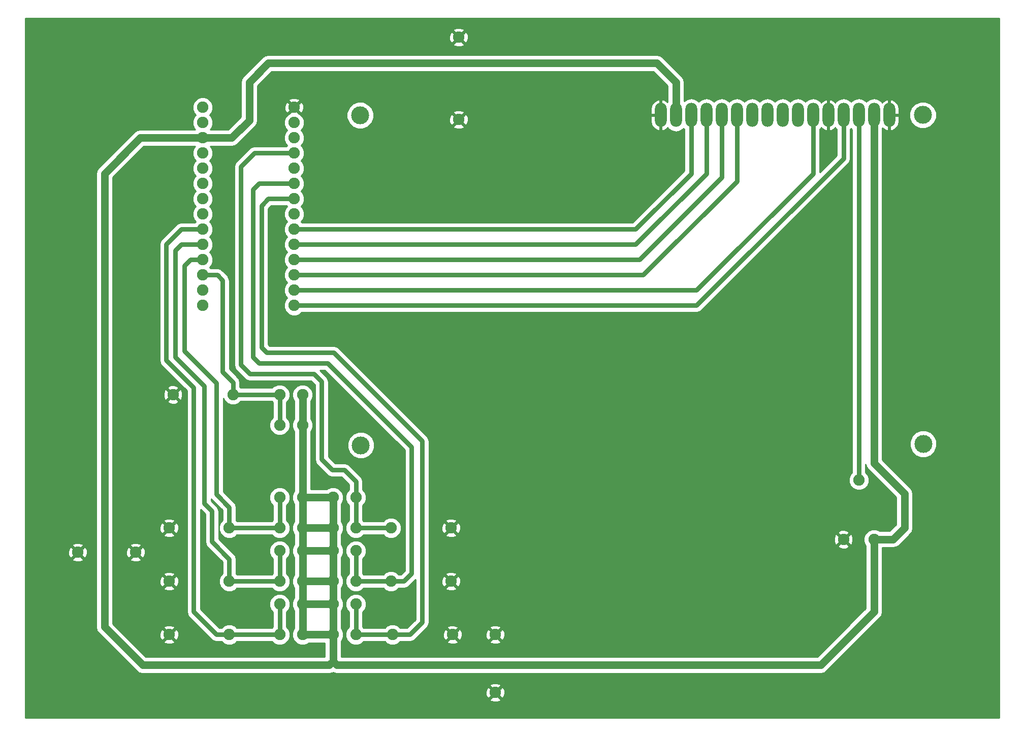
<source format=gbr>
G04 #@! TF.FileFunction,Copper,L1,Top,Signal*
%FSLAX46Y46*%
G04 Gerber Fmt 4.6, Leading zero omitted, Abs format (unit mm)*
G04 Created by KiCad (PCBNEW (2015-03-05 BZR 5480)-product) date Mon 16 Mar 2015 17:38:32 CET*
%MOMM*%
G01*
G04 APERTURE LIST*
%ADD10C,0.100000*%
%ADD11O,2.000000X4.000000*%
%ADD12C,3.000000*%
%ADD13C,1.900000*%
%ADD14C,1.270000*%
%ADD15C,0.762000*%
%ADD16C,0.254000*%
G04 APERTURE END LIST*
D10*
D11*
X208915000Y-50546000D03*
X206375000Y-50546000D03*
X203835000Y-50546000D03*
X201295000Y-50546000D03*
X198755000Y-50546000D03*
X196215000Y-50546000D03*
X193675000Y-50546000D03*
X191135000Y-50546000D03*
X188595000Y-50546000D03*
X186055000Y-50546000D03*
X183515000Y-50546000D03*
X180975000Y-50546000D03*
X178435000Y-50546000D03*
X175895000Y-50546000D03*
X173355000Y-50546000D03*
X170815000Y-50546000D03*
D12*
X214528400Y-50546000D03*
X214591900Y-105379520D03*
X120842280Y-105582720D03*
X120748300Y-50601880D03*
D13*
X137160000Y-37592000D03*
X137160000Y-51308000D03*
X143256000Y-137160000D03*
X143256000Y-146812000D03*
X136144000Y-137160000D03*
X126144000Y-137160000D03*
X88900000Y-119380000D03*
X98900000Y-119380000D03*
X135890000Y-119380000D03*
X125890000Y-119380000D03*
X88900000Y-128270000D03*
X98900000Y-128270000D03*
X135890000Y-128270000D03*
X125890000Y-128270000D03*
X88900000Y-137160000D03*
X98900000Y-137160000D03*
X206375000Y-121285000D03*
X201295000Y-121285000D03*
X203875000Y-111385000D03*
X111125000Y-114300000D03*
X107315000Y-114300000D03*
X111125000Y-119380000D03*
X107315000Y-119380000D03*
X116205000Y-119380000D03*
X120015000Y-119380000D03*
X116205000Y-114300000D03*
X120015000Y-114300000D03*
X111125000Y-123190000D03*
X107315000Y-123190000D03*
X111125000Y-128270000D03*
X107315000Y-128270000D03*
X116205000Y-128270000D03*
X120015000Y-128270000D03*
X116205000Y-123190000D03*
X120015000Y-123190000D03*
X111125000Y-132080000D03*
X107315000Y-132080000D03*
X111125000Y-137160000D03*
X107315000Y-137160000D03*
X116205000Y-137160000D03*
X120015000Y-137160000D03*
X116205000Y-132080000D03*
X120015000Y-132080000D03*
X109728000Y-51816000D03*
X109728000Y-54356000D03*
X109728000Y-56896000D03*
X109728000Y-59436000D03*
X109728000Y-61976000D03*
X109728000Y-64516000D03*
X109728000Y-67056000D03*
X109728000Y-69596000D03*
X109728000Y-72136000D03*
X109728000Y-74676000D03*
X109728000Y-77216000D03*
X109728000Y-79756000D03*
X109728000Y-82296000D03*
X94488000Y-82296000D03*
X94488000Y-79756000D03*
X94488000Y-77216000D03*
X94488000Y-74676000D03*
X94488000Y-72136000D03*
X94488000Y-69596000D03*
X94488000Y-67056000D03*
X94488000Y-64516000D03*
X94488000Y-61976000D03*
X94488000Y-59436000D03*
X94488000Y-56896000D03*
X94488000Y-54356000D03*
X94488000Y-51816000D03*
X94488000Y-49276000D03*
X109728000Y-49276000D03*
X89535000Y-97155000D03*
X99535000Y-97155000D03*
X111125000Y-97155000D03*
X107315000Y-97155000D03*
X111125000Y-102235000D03*
X107315000Y-102235000D03*
X83312000Y-123444000D03*
X73660000Y-123444000D03*
D14*
X211455000Y-113665000D02*
X211455000Y-119380000D01*
X211455000Y-119380000D02*
X209550000Y-121285000D01*
X209550000Y-121285000D02*
X206375000Y-121285000D01*
X206375000Y-50546000D02*
X206375000Y-108585000D01*
X206375000Y-108585000D02*
X211455000Y-113665000D01*
X116205000Y-114300000D02*
X111125000Y-114300000D01*
X111125000Y-114300000D02*
X111125000Y-119380000D01*
X111125000Y-119380000D02*
X111125000Y-137160000D01*
X111125000Y-137160000D02*
X116205000Y-137160000D01*
X116205000Y-137160000D02*
X116205000Y-132080000D01*
X116205000Y-132080000D02*
X111125000Y-132080000D01*
X111125000Y-128270000D02*
X116205000Y-128270000D01*
X116205000Y-128270000D02*
X116205000Y-132080000D01*
X116205000Y-128270000D02*
X116205000Y-123190000D01*
X116205000Y-123190000D02*
X111125000Y-123190000D01*
X111125000Y-123190000D02*
X111125000Y-119380000D01*
X111125000Y-119380000D02*
X116205000Y-119380000D01*
X116205000Y-123190000D02*
X116205000Y-119380000D01*
X116205000Y-119380000D02*
X116205000Y-114300000D01*
X197485000Y-142240000D02*
X206375000Y-133350000D01*
X116840000Y-142240000D02*
X197485000Y-142240000D01*
X116205000Y-141605000D02*
X116840000Y-142240000D01*
X206375000Y-133350000D02*
X206375000Y-121285000D01*
X116205000Y-137160000D02*
X116205000Y-141605000D01*
X111125000Y-114300000D02*
X111125000Y-102235000D01*
X111125000Y-102235000D02*
X111125000Y-97155000D01*
X173355000Y-45085000D02*
X173355000Y-50546000D01*
X170180000Y-41910000D02*
X173355000Y-45085000D01*
X105410000Y-41910000D02*
X170180000Y-41910000D01*
X102235000Y-45085000D02*
X105410000Y-41910000D01*
X102235000Y-51435000D02*
X102235000Y-45085000D01*
X99314000Y-54356000D02*
X102235000Y-51435000D01*
X94488000Y-54356000D02*
X99314000Y-54356000D01*
X115570000Y-142240000D02*
X84455000Y-142240000D01*
X84455000Y-142240000D02*
X78105000Y-135890000D01*
X78105000Y-135890000D02*
X78105000Y-60325000D01*
X78105000Y-60325000D02*
X84074000Y-54356000D01*
X84074000Y-54356000D02*
X94488000Y-54356000D01*
X116205000Y-141605000D02*
X115570000Y-142240000D01*
D15*
X203875000Y-111385000D02*
X203875000Y-50586000D01*
X203875000Y-50586000D02*
X203835000Y-50546000D01*
X109728000Y-82296000D02*
X176784000Y-82296000D01*
X201295000Y-57785000D02*
X201295000Y-50546000D01*
X176784000Y-82296000D02*
X201295000Y-57785000D01*
X196215000Y-50546000D02*
X196215000Y-60325000D01*
X176784000Y-79756000D02*
X109728000Y-79756000D01*
X196215000Y-60325000D02*
X176784000Y-79756000D01*
X109728000Y-77216000D02*
X167894000Y-77216000D01*
X183515000Y-61595000D02*
X183515000Y-50546000D01*
X167894000Y-77216000D02*
X183515000Y-61595000D01*
X180975000Y-50546000D02*
X180975000Y-60960000D01*
X167259000Y-74676000D02*
X109728000Y-74676000D01*
X180975000Y-60960000D02*
X167259000Y-74676000D01*
X109728000Y-72136000D02*
X166624000Y-72136000D01*
X178435000Y-60325000D02*
X178435000Y-50546000D01*
X166624000Y-72136000D02*
X178435000Y-60325000D01*
X109728000Y-69596000D02*
X166624000Y-69596000D01*
X175895000Y-60325000D02*
X175895000Y-50546000D01*
X166624000Y-69596000D02*
X175895000Y-60325000D01*
X120015000Y-132080000D02*
X120015000Y-137160000D01*
X120015000Y-137160000D02*
X126144000Y-137160000D01*
X129032000Y-137160000D02*
X131064000Y-135128000D01*
X131064000Y-135128000D02*
X131064000Y-104902000D01*
X131064000Y-104902000D02*
X116332000Y-90170000D01*
X116332000Y-90170000D02*
X105156000Y-90170000D01*
X105156000Y-90170000D02*
X104267002Y-89281002D01*
X104267002Y-89281002D02*
X104267002Y-65658998D01*
X104267002Y-65658998D02*
X105410000Y-64516000D01*
X105410000Y-64516000D02*
X109728000Y-64516000D01*
X126144000Y-137160000D02*
X129032000Y-137160000D01*
X98900000Y-119380000D02*
X107315000Y-119380000D01*
X107315000Y-119380000D02*
X107315000Y-114300000D01*
X92456000Y-74676000D02*
X91440000Y-75692000D01*
X91440000Y-75692000D02*
X91440000Y-89916000D01*
X91440000Y-89916000D02*
X96774000Y-95250000D01*
X96774000Y-95250000D02*
X96774000Y-113792000D01*
X96774000Y-113792000D02*
X98900000Y-115918000D01*
X98900000Y-115918000D02*
X98900000Y-119380000D01*
X94488000Y-74676000D02*
X92456000Y-74676000D01*
X125890000Y-119380000D02*
X120015000Y-119380000D01*
X120015000Y-119380000D02*
X120015000Y-114300000D01*
X120015000Y-111633000D02*
X118110000Y-109728000D01*
X118110000Y-109728000D02*
X116078000Y-109728000D01*
X116078000Y-109728000D02*
X114300000Y-107950000D01*
X114300000Y-107950000D02*
X114300000Y-94996000D01*
X114300000Y-94996000D02*
X113030000Y-93726000D01*
X113030000Y-93726000D02*
X102362000Y-93726000D01*
X102362000Y-93726000D02*
X100838000Y-92202000D01*
X100838000Y-92202000D02*
X100838000Y-59182000D01*
X100838000Y-59182000D02*
X103124000Y-56896000D01*
X103124000Y-56896000D02*
X109728000Y-56896000D01*
X120015000Y-114300000D02*
X120015000Y-111633000D01*
X107315000Y-128270000D02*
X107315000Y-123190000D01*
X107315000Y-128270000D02*
X98900000Y-128270000D01*
X98900000Y-124554000D02*
X96012000Y-121666000D01*
X96012000Y-121666000D02*
X96012000Y-116586000D01*
X96012000Y-116586000D02*
X94742000Y-115316000D01*
X94742000Y-115316000D02*
X94742000Y-95758000D01*
X94742000Y-95758000D02*
X89916000Y-90932000D01*
X89916000Y-90932000D02*
X89916000Y-73152000D01*
X89916000Y-73152000D02*
X90932000Y-72136000D01*
X90932000Y-72136000D02*
X94488000Y-72136000D01*
X98900000Y-128270000D02*
X98900000Y-124554000D01*
X120015000Y-128270000D02*
X120015000Y-123190000D01*
X125890000Y-128270000D02*
X120015000Y-128270000D01*
X103886000Y-61976000D02*
X102870000Y-62992000D01*
X102870000Y-62992000D02*
X102870000Y-90932000D01*
X102870000Y-90932000D02*
X103886000Y-91948000D01*
X103886000Y-91948000D02*
X115316000Y-91948000D01*
X115316000Y-91948000D02*
X129286000Y-105918000D01*
X129286000Y-105918000D02*
X129286000Y-127000000D01*
X129286000Y-127000000D02*
X128016000Y-128270000D01*
X128016000Y-128270000D02*
X125890000Y-128270000D01*
X109728000Y-61976000D02*
X103886000Y-61976000D01*
X107315000Y-132080000D02*
X107315000Y-137160000D01*
X107315000Y-137160000D02*
X98900000Y-137160000D01*
X96774000Y-137160000D02*
X92964000Y-133350000D01*
X92964000Y-133350000D02*
X92964000Y-96012000D01*
X92964000Y-96012000D02*
X88392000Y-91440000D01*
X88392000Y-91440000D02*
X88392000Y-72136000D01*
X88392000Y-72136000D02*
X90932000Y-69596000D01*
X90932000Y-69596000D02*
X94488000Y-69596000D01*
X98900000Y-137160000D02*
X96774000Y-137160000D01*
X107315000Y-102235000D02*
X107315000Y-97155000D01*
X107315000Y-97155000D02*
X99535000Y-97155000D01*
X99535000Y-95090000D02*
X97790000Y-93345000D01*
X97790000Y-93345000D02*
X97790000Y-78105000D01*
X97790000Y-78105000D02*
X96901000Y-77216000D01*
X96901000Y-77216000D02*
X94488000Y-77216000D01*
X99535000Y-97155000D02*
X99535000Y-95090000D01*
D16*
G36*
X210058000Y-118801344D02*
X208971344Y-119888000D01*
X207399459Y-119888000D01*
X207346036Y-119834483D01*
X206717032Y-119573298D01*
X206035956Y-119572704D01*
X205406497Y-119832791D01*
X204924483Y-120313964D01*
X204663298Y-120942968D01*
X204662704Y-121624044D01*
X204922791Y-122253503D01*
X204978000Y-122308808D01*
X204978000Y-132771344D01*
X202891188Y-134858156D01*
X202891188Y-121537602D01*
X202866352Y-120907539D01*
X202673019Y-120440792D01*
X202411350Y-120348255D01*
X202231745Y-120527860D01*
X202231745Y-120168650D01*
X202139208Y-119906981D01*
X201547602Y-119688812D01*
X200917539Y-119713648D01*
X200450792Y-119906981D01*
X200358255Y-120168650D01*
X201295000Y-121105395D01*
X202231745Y-120168650D01*
X202231745Y-120527860D01*
X201474605Y-121285000D01*
X202411350Y-122221745D01*
X202673019Y-122129208D01*
X202891188Y-121537602D01*
X202891188Y-134858156D01*
X202231745Y-135517599D01*
X202231745Y-122401350D01*
X201295000Y-121464605D01*
X201115395Y-121644210D01*
X201115395Y-121285000D01*
X200178650Y-120348255D01*
X199916981Y-120440792D01*
X199698812Y-121032398D01*
X199723648Y-121662461D01*
X199916981Y-122129208D01*
X200178650Y-122221745D01*
X201115395Y-121285000D01*
X201115395Y-121644210D01*
X200358255Y-122401350D01*
X200450792Y-122663019D01*
X201042398Y-122881188D01*
X201672461Y-122856352D01*
X202139208Y-122663019D01*
X202231745Y-122401350D01*
X202231745Y-135517599D01*
X196906344Y-140843000D01*
X144852188Y-140843000D01*
X144852188Y-137412602D01*
X144827352Y-136782539D01*
X144634019Y-136315792D01*
X144372350Y-136223255D01*
X144192745Y-136402860D01*
X144192745Y-136043650D01*
X144100208Y-135781981D01*
X143508602Y-135563812D01*
X142878539Y-135588648D01*
X142411792Y-135781981D01*
X142319255Y-136043650D01*
X143256000Y-136980395D01*
X144192745Y-136043650D01*
X144192745Y-136402860D01*
X143435605Y-137160000D01*
X144372350Y-138096745D01*
X144634019Y-138004208D01*
X144852188Y-137412602D01*
X144852188Y-140843000D01*
X144192745Y-140843000D01*
X144192745Y-138276350D01*
X143256000Y-137339605D01*
X143076395Y-137519210D01*
X143076395Y-137160000D01*
X142139650Y-136223255D01*
X141877981Y-136315792D01*
X141659812Y-136907398D01*
X141684648Y-137537461D01*
X141877981Y-138004208D01*
X142139650Y-138096745D01*
X143076395Y-137160000D01*
X143076395Y-137519210D01*
X142319255Y-138276350D01*
X142411792Y-138538019D01*
X143003398Y-138756188D01*
X143633461Y-138731352D01*
X144100208Y-138538019D01*
X144192745Y-138276350D01*
X144192745Y-140843000D01*
X137740188Y-140843000D01*
X137740188Y-137412602D01*
X137715352Y-136782539D01*
X137522019Y-136315792D01*
X137486188Y-136303120D01*
X137486188Y-128522602D01*
X137486188Y-119632602D01*
X137461352Y-119002539D01*
X137268019Y-118535792D01*
X137006350Y-118443255D01*
X136826745Y-118622860D01*
X136826745Y-118263650D01*
X136734208Y-118001981D01*
X136142602Y-117783812D01*
X135512539Y-117808648D01*
X135045792Y-118001981D01*
X134953255Y-118263650D01*
X135890000Y-119200395D01*
X136826745Y-118263650D01*
X136826745Y-118622860D01*
X136069605Y-119380000D01*
X137006350Y-120316745D01*
X137268019Y-120224208D01*
X137486188Y-119632602D01*
X137486188Y-128522602D01*
X137461352Y-127892539D01*
X137268019Y-127425792D01*
X137006350Y-127333255D01*
X136826745Y-127512860D01*
X136826745Y-127153650D01*
X136826745Y-120496350D01*
X135890000Y-119559605D01*
X135710395Y-119739210D01*
X135710395Y-119380000D01*
X134773650Y-118443255D01*
X134511981Y-118535792D01*
X134293812Y-119127398D01*
X134318648Y-119757461D01*
X134511981Y-120224208D01*
X134773650Y-120316745D01*
X135710395Y-119380000D01*
X135710395Y-119739210D01*
X134953255Y-120496350D01*
X135045792Y-120758019D01*
X135637398Y-120976188D01*
X136267461Y-120951352D01*
X136734208Y-120758019D01*
X136826745Y-120496350D01*
X136826745Y-127153650D01*
X136734208Y-126891981D01*
X136142602Y-126673812D01*
X135512539Y-126698648D01*
X135045792Y-126891981D01*
X134953255Y-127153650D01*
X135890000Y-128090395D01*
X136826745Y-127153650D01*
X136826745Y-127512860D01*
X136069605Y-128270000D01*
X137006350Y-129206745D01*
X137268019Y-129114208D01*
X137486188Y-128522602D01*
X137486188Y-136303120D01*
X137260350Y-136223255D01*
X137080745Y-136402860D01*
X137080745Y-136043650D01*
X136988208Y-135781981D01*
X136826745Y-135722437D01*
X136826745Y-129386350D01*
X135890000Y-128449605D01*
X135710395Y-128629210D01*
X135710395Y-128270000D01*
X134773650Y-127333255D01*
X134511981Y-127425792D01*
X134293812Y-128017398D01*
X134318648Y-128647461D01*
X134511981Y-129114208D01*
X134773650Y-129206745D01*
X135710395Y-128270000D01*
X135710395Y-128629210D01*
X134953255Y-129386350D01*
X135045792Y-129648019D01*
X135637398Y-129866188D01*
X136267461Y-129841352D01*
X136734208Y-129648019D01*
X136826745Y-129386350D01*
X136826745Y-135722437D01*
X136396602Y-135563812D01*
X135766539Y-135588648D01*
X135299792Y-135781981D01*
X135207255Y-136043650D01*
X136144000Y-136980395D01*
X137080745Y-136043650D01*
X137080745Y-136402860D01*
X136323605Y-137160000D01*
X137260350Y-138096745D01*
X137522019Y-138004208D01*
X137740188Y-137412602D01*
X137740188Y-140843000D01*
X137080745Y-140843000D01*
X137080745Y-138276350D01*
X136144000Y-137339605D01*
X135964395Y-137519210D01*
X135964395Y-137160000D01*
X135027650Y-136223255D01*
X134765981Y-136315792D01*
X134547812Y-136907398D01*
X134572648Y-137537461D01*
X134765981Y-138004208D01*
X135027650Y-138096745D01*
X135964395Y-137160000D01*
X135964395Y-137519210D01*
X135207255Y-138276350D01*
X135299792Y-138538019D01*
X135891398Y-138756188D01*
X136521461Y-138731352D01*
X136988208Y-138538019D01*
X137080745Y-138276350D01*
X137080745Y-140843000D01*
X117602000Y-140843000D01*
X117602000Y-138184459D01*
X117655517Y-138131036D01*
X117916702Y-137502032D01*
X117917296Y-136820956D01*
X117657209Y-136191497D01*
X117602000Y-136136191D01*
X117602000Y-133104459D01*
X117655517Y-133051036D01*
X117916702Y-132422032D01*
X117917296Y-131740956D01*
X117657209Y-131111497D01*
X117602000Y-131056191D01*
X117602000Y-129294459D01*
X117655517Y-129241036D01*
X117916702Y-128612032D01*
X117917296Y-127930956D01*
X117657209Y-127301497D01*
X117602000Y-127246191D01*
X117602000Y-124214459D01*
X117655517Y-124161036D01*
X117916702Y-123532032D01*
X117917296Y-122850956D01*
X117657209Y-122221497D01*
X117602000Y-122166191D01*
X117602000Y-120404459D01*
X117655517Y-120351036D01*
X117916702Y-119722032D01*
X117917296Y-119040956D01*
X117657209Y-118411497D01*
X117602000Y-118356191D01*
X117602000Y-115324459D01*
X117655517Y-115271036D01*
X117916702Y-114642032D01*
X117917296Y-113960956D01*
X117657209Y-113331497D01*
X117176036Y-112849483D01*
X116547032Y-112588298D01*
X115865956Y-112587704D01*
X115236497Y-112847791D01*
X115181191Y-112903000D01*
X112522000Y-112903000D01*
X112522000Y-103259459D01*
X112575517Y-103206036D01*
X112836702Y-102577032D01*
X112837296Y-101895956D01*
X112577209Y-101266497D01*
X112522000Y-101211191D01*
X112522000Y-98179459D01*
X112575517Y-98126036D01*
X112836702Y-97497032D01*
X112837296Y-96815956D01*
X112577209Y-96186497D01*
X112096036Y-95704483D01*
X111467032Y-95443298D01*
X110785956Y-95442704D01*
X110156497Y-95702791D01*
X109674483Y-96183964D01*
X109413298Y-96812968D01*
X109412704Y-97494044D01*
X109672791Y-98123503D01*
X109728000Y-98178808D01*
X109728000Y-101210540D01*
X109674483Y-101263964D01*
X109413298Y-101892968D01*
X109412704Y-102574044D01*
X109672791Y-103203503D01*
X109728000Y-103258808D01*
X109728000Y-113275540D01*
X109674483Y-113328964D01*
X109413298Y-113957968D01*
X109412704Y-114639044D01*
X109672791Y-115268503D01*
X109728000Y-115323808D01*
X109728000Y-118355540D01*
X109674483Y-118408964D01*
X109413298Y-119037968D01*
X109412704Y-119719044D01*
X109672791Y-120348503D01*
X109728000Y-120403808D01*
X109728000Y-122165540D01*
X109674483Y-122218964D01*
X109413298Y-122847968D01*
X109412704Y-123529044D01*
X109672791Y-124158503D01*
X109728000Y-124213808D01*
X109728000Y-127245540D01*
X109674483Y-127298964D01*
X109413298Y-127927968D01*
X109412704Y-128609044D01*
X109672791Y-129238503D01*
X109728000Y-129293808D01*
X109728000Y-131055540D01*
X109674483Y-131108964D01*
X109413298Y-131737968D01*
X109412704Y-132419044D01*
X109672791Y-133048503D01*
X109728000Y-133103808D01*
X109728000Y-136135540D01*
X109674483Y-136188964D01*
X109413298Y-136817968D01*
X109412704Y-137499044D01*
X109672791Y-138128503D01*
X110153964Y-138610517D01*
X110782968Y-138871702D01*
X111464044Y-138872296D01*
X112093503Y-138612209D01*
X112148808Y-138557000D01*
X114808000Y-138557000D01*
X114808000Y-140843000D01*
X91131188Y-140843000D01*
X91131188Y-97407602D01*
X91106352Y-96777539D01*
X90913019Y-96310792D01*
X90651350Y-96218255D01*
X90471745Y-96397860D01*
X90471745Y-96038650D01*
X90379208Y-95776981D01*
X89787602Y-95558812D01*
X89157539Y-95583648D01*
X88690792Y-95776981D01*
X88598255Y-96038650D01*
X89535000Y-96975395D01*
X90471745Y-96038650D01*
X90471745Y-96397860D01*
X89714605Y-97155000D01*
X90651350Y-98091745D01*
X90913019Y-97999208D01*
X91131188Y-97407602D01*
X91131188Y-140843000D01*
X90496188Y-140843000D01*
X90496188Y-137412602D01*
X90496188Y-128522602D01*
X90496188Y-119632602D01*
X90471745Y-119012508D01*
X90471745Y-98271350D01*
X89535000Y-97334605D01*
X89355395Y-97514210D01*
X89355395Y-97155000D01*
X88418650Y-96218255D01*
X88156981Y-96310792D01*
X87938812Y-96902398D01*
X87963648Y-97532461D01*
X88156981Y-97999208D01*
X88418650Y-98091745D01*
X89355395Y-97155000D01*
X89355395Y-97514210D01*
X88598255Y-98271350D01*
X88690792Y-98533019D01*
X89282398Y-98751188D01*
X89912461Y-98726352D01*
X90379208Y-98533019D01*
X90471745Y-98271350D01*
X90471745Y-119012508D01*
X90471352Y-119002539D01*
X90278019Y-118535792D01*
X90016350Y-118443255D01*
X89836745Y-118622860D01*
X89836745Y-118263650D01*
X89744208Y-118001981D01*
X89152602Y-117783812D01*
X88522539Y-117808648D01*
X88055792Y-118001981D01*
X87963255Y-118263650D01*
X88900000Y-119200395D01*
X89836745Y-118263650D01*
X89836745Y-118622860D01*
X89079605Y-119380000D01*
X90016350Y-120316745D01*
X90278019Y-120224208D01*
X90496188Y-119632602D01*
X90496188Y-128522602D01*
X90471352Y-127892539D01*
X90278019Y-127425792D01*
X90016350Y-127333255D01*
X89836745Y-127512860D01*
X89836745Y-127153650D01*
X89836745Y-120496350D01*
X88900000Y-119559605D01*
X88720395Y-119739210D01*
X88720395Y-119380000D01*
X87783650Y-118443255D01*
X87521981Y-118535792D01*
X87303812Y-119127398D01*
X87328648Y-119757461D01*
X87521981Y-120224208D01*
X87783650Y-120316745D01*
X88720395Y-119380000D01*
X88720395Y-119739210D01*
X87963255Y-120496350D01*
X88055792Y-120758019D01*
X88647398Y-120976188D01*
X89277461Y-120951352D01*
X89744208Y-120758019D01*
X89836745Y-120496350D01*
X89836745Y-127153650D01*
X89744208Y-126891981D01*
X89152602Y-126673812D01*
X88522539Y-126698648D01*
X88055792Y-126891981D01*
X87963255Y-127153650D01*
X88900000Y-128090395D01*
X89836745Y-127153650D01*
X89836745Y-127512860D01*
X89079605Y-128270000D01*
X90016350Y-129206745D01*
X90278019Y-129114208D01*
X90496188Y-128522602D01*
X90496188Y-137412602D01*
X90471352Y-136782539D01*
X90278019Y-136315792D01*
X90016350Y-136223255D01*
X89836745Y-136402860D01*
X89836745Y-136043650D01*
X89836745Y-129386350D01*
X88900000Y-128449605D01*
X88720395Y-128629210D01*
X88720395Y-128270000D01*
X87783650Y-127333255D01*
X87521981Y-127425792D01*
X87303812Y-128017398D01*
X87328648Y-128647461D01*
X87521981Y-129114208D01*
X87783650Y-129206745D01*
X88720395Y-128270000D01*
X88720395Y-128629210D01*
X87963255Y-129386350D01*
X88055792Y-129648019D01*
X88647398Y-129866188D01*
X89277461Y-129841352D01*
X89744208Y-129648019D01*
X89836745Y-129386350D01*
X89836745Y-136043650D01*
X89744208Y-135781981D01*
X89152602Y-135563812D01*
X88522539Y-135588648D01*
X88055792Y-135781981D01*
X87963255Y-136043650D01*
X88900000Y-136980395D01*
X89836745Y-136043650D01*
X89836745Y-136402860D01*
X89079605Y-137160000D01*
X90016350Y-138096745D01*
X90278019Y-138004208D01*
X90496188Y-137412602D01*
X90496188Y-140843000D01*
X89836745Y-140843000D01*
X89836745Y-138276350D01*
X88900000Y-137339605D01*
X88720395Y-137519210D01*
X88720395Y-137160000D01*
X87783650Y-136223255D01*
X87521981Y-136315792D01*
X87303812Y-136907398D01*
X87328648Y-137537461D01*
X87521981Y-138004208D01*
X87783650Y-138096745D01*
X88720395Y-137160000D01*
X88720395Y-137519210D01*
X87963255Y-138276350D01*
X88055792Y-138538019D01*
X88647398Y-138756188D01*
X89277461Y-138731352D01*
X89744208Y-138538019D01*
X89836745Y-138276350D01*
X89836745Y-140843000D01*
X85033656Y-140843000D01*
X84908188Y-140717532D01*
X84908188Y-123696602D01*
X84883352Y-123066539D01*
X84690019Y-122599792D01*
X84428350Y-122507255D01*
X84248745Y-122686860D01*
X84248745Y-122327650D01*
X84156208Y-122065981D01*
X83564602Y-121847812D01*
X82934539Y-121872648D01*
X82467792Y-122065981D01*
X82375255Y-122327650D01*
X83312000Y-123264395D01*
X84248745Y-122327650D01*
X84248745Y-122686860D01*
X83491605Y-123444000D01*
X84428350Y-124380745D01*
X84690019Y-124288208D01*
X84908188Y-123696602D01*
X84908188Y-140717532D01*
X84248745Y-140058089D01*
X84248745Y-124560350D01*
X83312000Y-123623605D01*
X83132395Y-123803210D01*
X83132395Y-123444000D01*
X82195650Y-122507255D01*
X81933981Y-122599792D01*
X81715812Y-123191398D01*
X81740648Y-123821461D01*
X81933981Y-124288208D01*
X82195650Y-124380745D01*
X83132395Y-123444000D01*
X83132395Y-123803210D01*
X82375255Y-124560350D01*
X82467792Y-124822019D01*
X83059398Y-125040188D01*
X83689461Y-125015352D01*
X84156208Y-124822019D01*
X84248745Y-124560350D01*
X84248745Y-140058089D01*
X79502000Y-135311344D01*
X79502000Y-60903656D01*
X84652656Y-55753000D01*
X93209747Y-55753000D01*
X93037483Y-55924964D01*
X92776298Y-56553968D01*
X92775704Y-57235044D01*
X93035791Y-57864503D01*
X93336865Y-58166103D01*
X93037483Y-58464964D01*
X92776298Y-59093968D01*
X92775704Y-59775044D01*
X93035791Y-60404503D01*
X93336865Y-60706103D01*
X93037483Y-61004964D01*
X92776298Y-61633968D01*
X92775704Y-62315044D01*
X93035791Y-62944503D01*
X93336865Y-63246103D01*
X93037483Y-63544964D01*
X92776298Y-64173968D01*
X92775704Y-64855044D01*
X93035791Y-65484503D01*
X93336865Y-65786103D01*
X93037483Y-66084964D01*
X92776298Y-66713968D01*
X92775704Y-67395044D01*
X93035791Y-68024503D01*
X93336865Y-68326103D01*
X93209747Y-68453000D01*
X90932000Y-68453000D01*
X90494593Y-68540006D01*
X90123777Y-68787777D01*
X87583777Y-71327777D01*
X87336006Y-71698593D01*
X87249000Y-72136000D01*
X87249000Y-91440000D01*
X87336006Y-91877407D01*
X87583777Y-92248223D01*
X91821000Y-96485446D01*
X91821000Y-133350000D01*
X91908006Y-133787407D01*
X92155777Y-134158223D01*
X95965777Y-137968223D01*
X96336593Y-138215994D01*
X96774000Y-138303000D01*
X97621983Y-138303000D01*
X97928964Y-138610517D01*
X98557968Y-138871702D01*
X99239044Y-138872296D01*
X99868503Y-138612209D01*
X100178252Y-138303000D01*
X106036983Y-138303000D01*
X106343964Y-138610517D01*
X106972968Y-138871702D01*
X107654044Y-138872296D01*
X108283503Y-138612209D01*
X108765517Y-138131036D01*
X109026702Y-137502032D01*
X109027296Y-136820956D01*
X108767209Y-136191497D01*
X108458000Y-135881747D01*
X108458000Y-133358016D01*
X108765517Y-133051036D01*
X109026702Y-132422032D01*
X109027296Y-131740956D01*
X108767209Y-131111497D01*
X108286036Y-130629483D01*
X107657032Y-130368298D01*
X106975956Y-130367704D01*
X106346497Y-130627791D01*
X105864483Y-131108964D01*
X105603298Y-131737968D01*
X105602704Y-132419044D01*
X105862791Y-133048503D01*
X106172000Y-133358252D01*
X106172000Y-135881983D01*
X106036747Y-136017000D01*
X100178016Y-136017000D01*
X99871036Y-135709483D01*
X99242032Y-135448298D01*
X98560956Y-135447704D01*
X97931497Y-135707791D01*
X97621747Y-136017000D01*
X97247446Y-136017000D01*
X94107000Y-132876554D01*
X94107000Y-116297446D01*
X94869000Y-117059446D01*
X94869000Y-121666000D01*
X94956006Y-122103407D01*
X95203777Y-122474223D01*
X97757000Y-125027446D01*
X97757000Y-126991983D01*
X97449483Y-127298964D01*
X97188298Y-127927968D01*
X97187704Y-128609044D01*
X97447791Y-129238503D01*
X97928964Y-129720517D01*
X98557968Y-129981702D01*
X99239044Y-129982296D01*
X99868503Y-129722209D01*
X100178252Y-129413000D01*
X106036983Y-129413000D01*
X106343964Y-129720517D01*
X106972968Y-129981702D01*
X107654044Y-129982296D01*
X108283503Y-129722209D01*
X108765517Y-129241036D01*
X109026702Y-128612032D01*
X109027296Y-127930956D01*
X108767209Y-127301497D01*
X108458000Y-126991747D01*
X108458000Y-124468016D01*
X108765517Y-124161036D01*
X109026702Y-123532032D01*
X109027296Y-122850956D01*
X108767209Y-122221497D01*
X108286036Y-121739483D01*
X107657032Y-121478298D01*
X106975956Y-121477704D01*
X106346497Y-121737791D01*
X105864483Y-122218964D01*
X105603298Y-122847968D01*
X105602704Y-123529044D01*
X105862791Y-124158503D01*
X106172000Y-124468252D01*
X106172000Y-126991983D01*
X106036747Y-127127000D01*
X100178016Y-127127000D01*
X100043000Y-126991747D01*
X100043000Y-124554000D01*
X99955994Y-124116593D01*
X99708223Y-123745777D01*
X97155000Y-121192554D01*
X97155000Y-116586000D01*
X97067994Y-116148593D01*
X96820223Y-115777777D01*
X95885000Y-114842554D01*
X95885000Y-114479331D01*
X95965777Y-114600223D01*
X97757000Y-116391446D01*
X97757000Y-118101983D01*
X97449483Y-118408964D01*
X97188298Y-119037968D01*
X97187704Y-119719044D01*
X97447791Y-120348503D01*
X97928964Y-120830517D01*
X98557968Y-121091702D01*
X99239044Y-121092296D01*
X99868503Y-120832209D01*
X100178252Y-120523000D01*
X106036983Y-120523000D01*
X106343964Y-120830517D01*
X106972968Y-121091702D01*
X107654044Y-121092296D01*
X108283503Y-120832209D01*
X108765517Y-120351036D01*
X109026702Y-119722032D01*
X109027296Y-119040956D01*
X108767209Y-118411497D01*
X108458000Y-118101747D01*
X108458000Y-115578016D01*
X108765517Y-115271036D01*
X109026702Y-114642032D01*
X109027296Y-113960956D01*
X108767209Y-113331497D01*
X108286036Y-112849483D01*
X107657032Y-112588298D01*
X106975956Y-112587704D01*
X106346497Y-112847791D01*
X105864483Y-113328964D01*
X105603298Y-113957968D01*
X105602704Y-114639044D01*
X105862791Y-115268503D01*
X106172000Y-115578252D01*
X106172000Y-118101983D01*
X106036747Y-118237000D01*
X100178016Y-118237000D01*
X100043000Y-118101747D01*
X100043000Y-115918000D01*
X99955994Y-115480593D01*
X99708223Y-115109777D01*
X97917000Y-113318554D01*
X97917000Y-97722257D01*
X98082791Y-98123503D01*
X98563964Y-98605517D01*
X99192968Y-98866702D01*
X99874044Y-98867296D01*
X100503503Y-98607209D01*
X100813252Y-98298000D01*
X106036983Y-98298000D01*
X106172000Y-98433252D01*
X106172000Y-100956983D01*
X105864483Y-101263964D01*
X105603298Y-101892968D01*
X105602704Y-102574044D01*
X105862791Y-103203503D01*
X106343964Y-103685517D01*
X106972968Y-103946702D01*
X107654044Y-103947296D01*
X108283503Y-103687209D01*
X108765517Y-103206036D01*
X109026702Y-102577032D01*
X109027296Y-101895956D01*
X108767209Y-101266497D01*
X108458000Y-100956747D01*
X108458000Y-98433016D01*
X108765517Y-98126036D01*
X109026702Y-97497032D01*
X109027296Y-96815956D01*
X108767209Y-96186497D01*
X108286036Y-95704483D01*
X107657032Y-95443298D01*
X106975956Y-95442704D01*
X106346497Y-95702791D01*
X106036747Y-96012000D01*
X100813016Y-96012000D01*
X100678000Y-95876747D01*
X100678000Y-95090000D01*
X100590994Y-94652593D01*
X100343223Y-94281777D01*
X98933000Y-92871554D01*
X98933000Y-78105000D01*
X98845994Y-77667593D01*
X98598223Y-77296777D01*
X97709223Y-76407777D01*
X97338407Y-76160006D01*
X96901000Y-76073000D01*
X95766016Y-76073000D01*
X95639134Y-75945896D01*
X95938517Y-75647036D01*
X96199702Y-75018032D01*
X96200296Y-74336956D01*
X95940209Y-73707497D01*
X95639134Y-73405896D01*
X95938517Y-73107036D01*
X96199702Y-72478032D01*
X96200296Y-71796956D01*
X95940209Y-71167497D01*
X95639134Y-70865896D01*
X95938517Y-70567036D01*
X96199702Y-69938032D01*
X96200296Y-69256956D01*
X95940209Y-68627497D01*
X95639134Y-68325896D01*
X95938517Y-68027036D01*
X96199702Y-67398032D01*
X96200296Y-66716956D01*
X95940209Y-66087497D01*
X95639134Y-65785896D01*
X95938517Y-65487036D01*
X96199702Y-64858032D01*
X96200296Y-64176956D01*
X95940209Y-63547497D01*
X95639134Y-63245896D01*
X95938517Y-62947036D01*
X96199702Y-62318032D01*
X96200296Y-61636956D01*
X95940209Y-61007497D01*
X95639134Y-60705896D01*
X95938517Y-60407036D01*
X96199702Y-59778032D01*
X96200296Y-59096956D01*
X95940209Y-58467497D01*
X95639134Y-58165896D01*
X95938517Y-57867036D01*
X96199702Y-57238032D01*
X96200296Y-56556956D01*
X95940209Y-55927497D01*
X95766016Y-55753000D01*
X99314000Y-55753000D01*
X99848609Y-55646660D01*
X100301828Y-55343828D01*
X103222828Y-52422828D01*
X103525660Y-51969609D01*
X103632000Y-51435000D01*
X103632000Y-45663656D01*
X105988655Y-43307000D01*
X169601344Y-43307000D01*
X171958000Y-45663656D01*
X171958000Y-48397554D01*
X171881317Y-48300078D01*
X171323355Y-47986856D01*
X171195434Y-47955876D01*
X170942000Y-48075223D01*
X170942000Y-50419000D01*
X170962000Y-50419000D01*
X170962000Y-50673000D01*
X170942000Y-50673000D01*
X170942000Y-53016777D01*
X171195434Y-53136124D01*
X171323355Y-53105144D01*
X171881317Y-52791922D01*
X171984923Y-52660222D01*
X172109078Y-52846033D01*
X172680712Y-53227987D01*
X173355000Y-53362111D01*
X174029288Y-53227987D01*
X174600922Y-52846033D01*
X174625000Y-52809997D01*
X174649078Y-52846033D01*
X174752000Y-52914803D01*
X174752000Y-59851554D01*
X170688000Y-63915554D01*
X170688000Y-53016777D01*
X170688000Y-50673000D01*
X170688000Y-50419000D01*
X170688000Y-48075223D01*
X170434566Y-47955876D01*
X170306645Y-47986856D01*
X169748683Y-48300078D01*
X169353058Y-48802980D01*
X169180000Y-49419000D01*
X169180000Y-50419000D01*
X170688000Y-50419000D01*
X170688000Y-50673000D01*
X169180000Y-50673000D01*
X169180000Y-51673000D01*
X169353058Y-52289020D01*
X169748683Y-52791922D01*
X170306645Y-53105144D01*
X170434566Y-53136124D01*
X170688000Y-53016777D01*
X170688000Y-63915554D01*
X166150554Y-68453000D01*
X138756188Y-68453000D01*
X138756188Y-51560602D01*
X138731352Y-50930539D01*
X138538019Y-50463792D01*
X138276350Y-50371255D01*
X138096745Y-50550860D01*
X138096745Y-50191650D01*
X138004208Y-49929981D01*
X137412602Y-49711812D01*
X136782539Y-49736648D01*
X136315792Y-49929981D01*
X136223255Y-50191650D01*
X137160000Y-51128395D01*
X138096745Y-50191650D01*
X138096745Y-50550860D01*
X137339605Y-51308000D01*
X138276350Y-52244745D01*
X138538019Y-52152208D01*
X138756188Y-51560602D01*
X138756188Y-68453000D01*
X138096745Y-68453000D01*
X138096745Y-52424350D01*
X137160000Y-51487605D01*
X136980395Y-51667210D01*
X136980395Y-51308000D01*
X136043650Y-50371255D01*
X135781981Y-50463792D01*
X135563812Y-51055398D01*
X135588648Y-51685461D01*
X135781981Y-52152208D01*
X136043650Y-52244745D01*
X136980395Y-51308000D01*
X136980395Y-51667210D01*
X136223255Y-52424350D01*
X136315792Y-52686019D01*
X136907398Y-52904188D01*
X137537461Y-52879352D01*
X138004208Y-52686019D01*
X138096745Y-52424350D01*
X138096745Y-68453000D01*
X123010692Y-68453000D01*
X123010692Y-50153914D01*
X122667048Y-49322234D01*
X122031293Y-48685368D01*
X121200214Y-48340274D01*
X120300334Y-48339488D01*
X119468654Y-48683132D01*
X118831788Y-49318887D01*
X118486694Y-50149966D01*
X118485908Y-51049846D01*
X118829552Y-51881526D01*
X119465307Y-52518392D01*
X120296386Y-52863486D01*
X121196266Y-52864272D01*
X122027946Y-52520628D01*
X122664812Y-51884873D01*
X123009906Y-51053794D01*
X123010692Y-50153914D01*
X123010692Y-68453000D01*
X111006016Y-68453000D01*
X110879134Y-68325896D01*
X111178517Y-68027036D01*
X111439702Y-67398032D01*
X111440296Y-66716956D01*
X111180209Y-66087497D01*
X110879134Y-65785896D01*
X111178517Y-65487036D01*
X111439702Y-64858032D01*
X111440296Y-64176956D01*
X111180209Y-63547497D01*
X110879134Y-63245896D01*
X111178517Y-62947036D01*
X111439702Y-62318032D01*
X111440296Y-61636956D01*
X111180209Y-61007497D01*
X110879134Y-60705896D01*
X111178517Y-60407036D01*
X111439702Y-59778032D01*
X111440296Y-59096956D01*
X111180209Y-58467497D01*
X110879134Y-58165896D01*
X111178517Y-57867036D01*
X111439702Y-57238032D01*
X111440296Y-56556956D01*
X111180209Y-55927497D01*
X110879134Y-55625896D01*
X111178517Y-55327036D01*
X111439702Y-54698032D01*
X111440296Y-54016956D01*
X111180209Y-53387497D01*
X110879134Y-53085896D01*
X111178517Y-52787036D01*
X111439702Y-52158032D01*
X111440296Y-51476956D01*
X111324188Y-51195953D01*
X111324188Y-49528602D01*
X111299352Y-48898539D01*
X111106019Y-48431792D01*
X110844350Y-48339255D01*
X110664745Y-48518860D01*
X110664745Y-48159650D01*
X110572208Y-47897981D01*
X109980602Y-47679812D01*
X109350539Y-47704648D01*
X108883792Y-47897981D01*
X108791255Y-48159650D01*
X109728000Y-49096395D01*
X110664745Y-48159650D01*
X110664745Y-48518860D01*
X109907605Y-49276000D01*
X110844350Y-50212745D01*
X111106019Y-50120208D01*
X111324188Y-49528602D01*
X111324188Y-51195953D01*
X111180209Y-50847497D01*
X110699036Y-50365483D01*
X110594450Y-50322055D01*
X109728000Y-49455605D01*
X109548395Y-49635209D01*
X109548395Y-49276000D01*
X108611650Y-48339255D01*
X108349981Y-48431792D01*
X108131812Y-49023398D01*
X108156648Y-49653461D01*
X108349981Y-50120208D01*
X108611650Y-50212745D01*
X109548395Y-49276000D01*
X109548395Y-49635209D01*
X108862285Y-50321319D01*
X108759497Y-50363791D01*
X108277483Y-50844964D01*
X108016298Y-51473968D01*
X108015704Y-52155044D01*
X108275791Y-52784503D01*
X108576865Y-53086103D01*
X108277483Y-53384964D01*
X108016298Y-54013968D01*
X108015704Y-54695044D01*
X108275791Y-55324503D01*
X108576865Y-55626103D01*
X108449747Y-55753000D01*
X103124000Y-55753000D01*
X102686593Y-55840006D01*
X102315777Y-56087777D01*
X100029777Y-58373777D01*
X99782006Y-58744593D01*
X99695000Y-59182000D01*
X99695000Y-92202000D01*
X99782006Y-92639407D01*
X100029777Y-93010223D01*
X101553777Y-94534223D01*
X101924593Y-94781994D01*
X102362000Y-94869000D01*
X112556554Y-94869000D01*
X113157000Y-95469446D01*
X113157000Y-107950000D01*
X113244006Y-108387407D01*
X113491777Y-108758223D01*
X115269777Y-110536223D01*
X115640593Y-110783994D01*
X116078000Y-110871000D01*
X117636554Y-110871000D01*
X118872000Y-112106446D01*
X118872000Y-113021983D01*
X118564483Y-113328964D01*
X118303298Y-113957968D01*
X118302704Y-114639044D01*
X118562791Y-115268503D01*
X118872000Y-115578252D01*
X118872000Y-118101983D01*
X118564483Y-118408964D01*
X118303298Y-119037968D01*
X118302704Y-119719044D01*
X118562791Y-120348503D01*
X119043964Y-120830517D01*
X119672968Y-121091702D01*
X120354044Y-121092296D01*
X120983503Y-120832209D01*
X121293252Y-120523000D01*
X124611983Y-120523000D01*
X124918964Y-120830517D01*
X125547968Y-121091702D01*
X126229044Y-121092296D01*
X126858503Y-120832209D01*
X127340517Y-120351036D01*
X127601702Y-119722032D01*
X127602296Y-119040956D01*
X127342209Y-118411497D01*
X126861036Y-117929483D01*
X126232032Y-117668298D01*
X125550956Y-117667704D01*
X124921497Y-117927791D01*
X124611747Y-118237000D01*
X123104672Y-118237000D01*
X123104672Y-105134754D01*
X122761028Y-104303074D01*
X122125273Y-103666208D01*
X121294194Y-103321114D01*
X120394314Y-103320328D01*
X119562634Y-103663972D01*
X118925768Y-104299727D01*
X118580674Y-105130806D01*
X118579888Y-106030686D01*
X118923532Y-106862366D01*
X119559287Y-107499232D01*
X120390366Y-107844326D01*
X121290246Y-107845112D01*
X122121926Y-107501468D01*
X122758792Y-106865713D01*
X123103886Y-106034634D01*
X123104672Y-105134754D01*
X123104672Y-118237000D01*
X121293016Y-118237000D01*
X121158000Y-118101747D01*
X121158000Y-115578016D01*
X121465517Y-115271036D01*
X121726702Y-114642032D01*
X121727296Y-113960956D01*
X121467209Y-113331497D01*
X121158000Y-113021747D01*
X121158000Y-111633000D01*
X121070994Y-111195593D01*
X120823223Y-110824777D01*
X118918223Y-108919777D01*
X118547407Y-108672006D01*
X118110000Y-108585000D01*
X116551446Y-108585000D01*
X115443000Y-107476554D01*
X115443000Y-94996000D01*
X115355994Y-94558593D01*
X115108223Y-94187777D01*
X114011446Y-93091000D01*
X114842554Y-93091000D01*
X128143000Y-106391446D01*
X128143000Y-126526554D01*
X127542554Y-127127000D01*
X127168016Y-127127000D01*
X126861036Y-126819483D01*
X126232032Y-126558298D01*
X125550956Y-126557704D01*
X124921497Y-126817791D01*
X124611747Y-127127000D01*
X121293016Y-127127000D01*
X121158000Y-126991747D01*
X121158000Y-124468016D01*
X121465517Y-124161036D01*
X121726702Y-123532032D01*
X121727296Y-122850956D01*
X121467209Y-122221497D01*
X120986036Y-121739483D01*
X120357032Y-121478298D01*
X119675956Y-121477704D01*
X119046497Y-121737791D01*
X118564483Y-122218964D01*
X118303298Y-122847968D01*
X118302704Y-123529044D01*
X118562791Y-124158503D01*
X118872000Y-124468252D01*
X118872000Y-126991983D01*
X118564483Y-127298964D01*
X118303298Y-127927968D01*
X118302704Y-128609044D01*
X118562791Y-129238503D01*
X119043964Y-129720517D01*
X119672968Y-129981702D01*
X120354044Y-129982296D01*
X120983503Y-129722209D01*
X121293252Y-129413000D01*
X124611983Y-129413000D01*
X124918964Y-129720517D01*
X125547968Y-129981702D01*
X126229044Y-129982296D01*
X126858503Y-129722209D01*
X127168252Y-129413000D01*
X128016000Y-129413000D01*
X128453407Y-129325994D01*
X128824223Y-129078223D01*
X129921000Y-127981446D01*
X129921000Y-134654554D01*
X128558554Y-136017000D01*
X127422016Y-136017000D01*
X127115036Y-135709483D01*
X126486032Y-135448298D01*
X125804956Y-135447704D01*
X125175497Y-135707791D01*
X124865747Y-136017000D01*
X121293016Y-136017000D01*
X121158000Y-135881747D01*
X121158000Y-133358016D01*
X121465517Y-133051036D01*
X121726702Y-132422032D01*
X121727296Y-131740956D01*
X121467209Y-131111497D01*
X120986036Y-130629483D01*
X120357032Y-130368298D01*
X119675956Y-130367704D01*
X119046497Y-130627791D01*
X118564483Y-131108964D01*
X118303298Y-131737968D01*
X118302704Y-132419044D01*
X118562791Y-133048503D01*
X118872000Y-133358252D01*
X118872000Y-135881983D01*
X118564483Y-136188964D01*
X118303298Y-136817968D01*
X118302704Y-137499044D01*
X118562791Y-138128503D01*
X119043964Y-138610517D01*
X119672968Y-138871702D01*
X120354044Y-138872296D01*
X120983503Y-138612209D01*
X121293252Y-138303000D01*
X124865983Y-138303000D01*
X125172964Y-138610517D01*
X125801968Y-138871702D01*
X126483044Y-138872296D01*
X127112503Y-138612209D01*
X127422252Y-138303000D01*
X129032000Y-138303000D01*
X129469407Y-138215994D01*
X129840223Y-137968223D01*
X131872223Y-135936223D01*
X132119994Y-135565407D01*
X132207000Y-135128000D01*
X132207000Y-104902000D01*
X132119994Y-104464593D01*
X131872223Y-104093777D01*
X117140223Y-89361777D01*
X116769407Y-89114006D01*
X116332000Y-89027000D01*
X105629446Y-89027000D01*
X105410002Y-88807556D01*
X105410002Y-66132444D01*
X105883446Y-65659000D01*
X108449983Y-65659000D01*
X108576865Y-65786103D01*
X108277483Y-66084964D01*
X108016298Y-66713968D01*
X108015704Y-67395044D01*
X108275791Y-68024503D01*
X108576865Y-68326103D01*
X108277483Y-68624964D01*
X108016298Y-69253968D01*
X108015704Y-69935044D01*
X108275791Y-70564503D01*
X108576865Y-70866103D01*
X108277483Y-71164964D01*
X108016298Y-71793968D01*
X108015704Y-72475044D01*
X108275791Y-73104503D01*
X108576865Y-73406103D01*
X108277483Y-73704964D01*
X108016298Y-74333968D01*
X108015704Y-75015044D01*
X108275791Y-75644503D01*
X108576865Y-75946103D01*
X108277483Y-76244964D01*
X108016298Y-76873968D01*
X108015704Y-77555044D01*
X108275791Y-78184503D01*
X108576865Y-78486103D01*
X108277483Y-78784964D01*
X108016298Y-79413968D01*
X108015704Y-80095044D01*
X108275791Y-80724503D01*
X108576865Y-81026103D01*
X108277483Y-81324964D01*
X108016298Y-81953968D01*
X108015704Y-82635044D01*
X108275791Y-83264503D01*
X108756964Y-83746517D01*
X109385968Y-84007702D01*
X110067044Y-84008296D01*
X110696503Y-83748209D01*
X111006252Y-83439000D01*
X176784000Y-83439000D01*
X177221407Y-83351994D01*
X177592223Y-83104223D01*
X202103223Y-58593223D01*
X202350994Y-58222407D01*
X202438000Y-57785000D01*
X202438000Y-52914803D01*
X202540922Y-52846033D01*
X202565000Y-52809997D01*
X202589078Y-52846033D01*
X202732000Y-52941530D01*
X202732000Y-110106983D01*
X202424483Y-110413964D01*
X202163298Y-111042968D01*
X202162704Y-111724044D01*
X202422791Y-112353503D01*
X202903964Y-112835517D01*
X203532968Y-113096702D01*
X204214044Y-113097296D01*
X204843503Y-112837209D01*
X205325517Y-112356036D01*
X205586702Y-111727032D01*
X205587296Y-111045956D01*
X205327209Y-110416497D01*
X205018000Y-110106747D01*
X205018000Y-108786094D01*
X205084340Y-109119609D01*
X205387172Y-109572828D01*
X210058000Y-114243656D01*
X210058000Y-118801344D01*
X210058000Y-118801344D01*
G37*
X210058000Y-118801344D02*
X208971344Y-119888000D01*
X207399459Y-119888000D01*
X207346036Y-119834483D01*
X206717032Y-119573298D01*
X206035956Y-119572704D01*
X205406497Y-119832791D01*
X204924483Y-120313964D01*
X204663298Y-120942968D01*
X204662704Y-121624044D01*
X204922791Y-122253503D01*
X204978000Y-122308808D01*
X204978000Y-132771344D01*
X202891188Y-134858156D01*
X202891188Y-121537602D01*
X202866352Y-120907539D01*
X202673019Y-120440792D01*
X202411350Y-120348255D01*
X202231745Y-120527860D01*
X202231745Y-120168650D01*
X202139208Y-119906981D01*
X201547602Y-119688812D01*
X200917539Y-119713648D01*
X200450792Y-119906981D01*
X200358255Y-120168650D01*
X201295000Y-121105395D01*
X202231745Y-120168650D01*
X202231745Y-120527860D01*
X201474605Y-121285000D01*
X202411350Y-122221745D01*
X202673019Y-122129208D01*
X202891188Y-121537602D01*
X202891188Y-134858156D01*
X202231745Y-135517599D01*
X202231745Y-122401350D01*
X201295000Y-121464605D01*
X201115395Y-121644210D01*
X201115395Y-121285000D01*
X200178650Y-120348255D01*
X199916981Y-120440792D01*
X199698812Y-121032398D01*
X199723648Y-121662461D01*
X199916981Y-122129208D01*
X200178650Y-122221745D01*
X201115395Y-121285000D01*
X201115395Y-121644210D01*
X200358255Y-122401350D01*
X200450792Y-122663019D01*
X201042398Y-122881188D01*
X201672461Y-122856352D01*
X202139208Y-122663019D01*
X202231745Y-122401350D01*
X202231745Y-135517599D01*
X196906344Y-140843000D01*
X144852188Y-140843000D01*
X144852188Y-137412602D01*
X144827352Y-136782539D01*
X144634019Y-136315792D01*
X144372350Y-136223255D01*
X144192745Y-136402860D01*
X144192745Y-136043650D01*
X144100208Y-135781981D01*
X143508602Y-135563812D01*
X142878539Y-135588648D01*
X142411792Y-135781981D01*
X142319255Y-136043650D01*
X143256000Y-136980395D01*
X144192745Y-136043650D01*
X144192745Y-136402860D01*
X143435605Y-137160000D01*
X144372350Y-138096745D01*
X144634019Y-138004208D01*
X144852188Y-137412602D01*
X144852188Y-140843000D01*
X144192745Y-140843000D01*
X144192745Y-138276350D01*
X143256000Y-137339605D01*
X143076395Y-137519210D01*
X143076395Y-137160000D01*
X142139650Y-136223255D01*
X141877981Y-136315792D01*
X141659812Y-136907398D01*
X141684648Y-137537461D01*
X141877981Y-138004208D01*
X142139650Y-138096745D01*
X143076395Y-137160000D01*
X143076395Y-137519210D01*
X142319255Y-138276350D01*
X142411792Y-138538019D01*
X143003398Y-138756188D01*
X143633461Y-138731352D01*
X144100208Y-138538019D01*
X144192745Y-138276350D01*
X144192745Y-140843000D01*
X137740188Y-140843000D01*
X137740188Y-137412602D01*
X137715352Y-136782539D01*
X137522019Y-136315792D01*
X137486188Y-136303120D01*
X137486188Y-128522602D01*
X137486188Y-119632602D01*
X137461352Y-119002539D01*
X137268019Y-118535792D01*
X137006350Y-118443255D01*
X136826745Y-118622860D01*
X136826745Y-118263650D01*
X136734208Y-118001981D01*
X136142602Y-117783812D01*
X135512539Y-117808648D01*
X135045792Y-118001981D01*
X134953255Y-118263650D01*
X135890000Y-119200395D01*
X136826745Y-118263650D01*
X136826745Y-118622860D01*
X136069605Y-119380000D01*
X137006350Y-120316745D01*
X137268019Y-120224208D01*
X137486188Y-119632602D01*
X137486188Y-128522602D01*
X137461352Y-127892539D01*
X137268019Y-127425792D01*
X137006350Y-127333255D01*
X136826745Y-127512860D01*
X136826745Y-127153650D01*
X136826745Y-120496350D01*
X135890000Y-119559605D01*
X135710395Y-119739210D01*
X135710395Y-119380000D01*
X134773650Y-118443255D01*
X134511981Y-118535792D01*
X134293812Y-119127398D01*
X134318648Y-119757461D01*
X134511981Y-120224208D01*
X134773650Y-120316745D01*
X135710395Y-119380000D01*
X135710395Y-119739210D01*
X134953255Y-120496350D01*
X135045792Y-120758019D01*
X135637398Y-120976188D01*
X136267461Y-120951352D01*
X136734208Y-120758019D01*
X136826745Y-120496350D01*
X136826745Y-127153650D01*
X136734208Y-126891981D01*
X136142602Y-126673812D01*
X135512539Y-126698648D01*
X135045792Y-126891981D01*
X134953255Y-127153650D01*
X135890000Y-128090395D01*
X136826745Y-127153650D01*
X136826745Y-127512860D01*
X136069605Y-128270000D01*
X137006350Y-129206745D01*
X137268019Y-129114208D01*
X137486188Y-128522602D01*
X137486188Y-136303120D01*
X137260350Y-136223255D01*
X137080745Y-136402860D01*
X137080745Y-136043650D01*
X136988208Y-135781981D01*
X136826745Y-135722437D01*
X136826745Y-129386350D01*
X135890000Y-128449605D01*
X135710395Y-128629210D01*
X135710395Y-128270000D01*
X134773650Y-127333255D01*
X134511981Y-127425792D01*
X134293812Y-128017398D01*
X134318648Y-128647461D01*
X134511981Y-129114208D01*
X134773650Y-129206745D01*
X135710395Y-128270000D01*
X135710395Y-128629210D01*
X134953255Y-129386350D01*
X135045792Y-129648019D01*
X135637398Y-129866188D01*
X136267461Y-129841352D01*
X136734208Y-129648019D01*
X136826745Y-129386350D01*
X136826745Y-135722437D01*
X136396602Y-135563812D01*
X135766539Y-135588648D01*
X135299792Y-135781981D01*
X135207255Y-136043650D01*
X136144000Y-136980395D01*
X137080745Y-136043650D01*
X137080745Y-136402860D01*
X136323605Y-137160000D01*
X137260350Y-138096745D01*
X137522019Y-138004208D01*
X137740188Y-137412602D01*
X137740188Y-140843000D01*
X137080745Y-140843000D01*
X137080745Y-138276350D01*
X136144000Y-137339605D01*
X135964395Y-137519210D01*
X135964395Y-137160000D01*
X135027650Y-136223255D01*
X134765981Y-136315792D01*
X134547812Y-136907398D01*
X134572648Y-137537461D01*
X134765981Y-138004208D01*
X135027650Y-138096745D01*
X135964395Y-137160000D01*
X135964395Y-137519210D01*
X135207255Y-138276350D01*
X135299792Y-138538019D01*
X135891398Y-138756188D01*
X136521461Y-138731352D01*
X136988208Y-138538019D01*
X137080745Y-138276350D01*
X137080745Y-140843000D01*
X117602000Y-140843000D01*
X117602000Y-138184459D01*
X117655517Y-138131036D01*
X117916702Y-137502032D01*
X117917296Y-136820956D01*
X117657209Y-136191497D01*
X117602000Y-136136191D01*
X117602000Y-133104459D01*
X117655517Y-133051036D01*
X117916702Y-132422032D01*
X117917296Y-131740956D01*
X117657209Y-131111497D01*
X117602000Y-131056191D01*
X117602000Y-129294459D01*
X117655517Y-129241036D01*
X117916702Y-128612032D01*
X117917296Y-127930956D01*
X117657209Y-127301497D01*
X117602000Y-127246191D01*
X117602000Y-124214459D01*
X117655517Y-124161036D01*
X117916702Y-123532032D01*
X117917296Y-122850956D01*
X117657209Y-122221497D01*
X117602000Y-122166191D01*
X117602000Y-120404459D01*
X117655517Y-120351036D01*
X117916702Y-119722032D01*
X117917296Y-119040956D01*
X117657209Y-118411497D01*
X117602000Y-118356191D01*
X117602000Y-115324459D01*
X117655517Y-115271036D01*
X117916702Y-114642032D01*
X117917296Y-113960956D01*
X117657209Y-113331497D01*
X117176036Y-112849483D01*
X116547032Y-112588298D01*
X115865956Y-112587704D01*
X115236497Y-112847791D01*
X115181191Y-112903000D01*
X112522000Y-112903000D01*
X112522000Y-103259459D01*
X112575517Y-103206036D01*
X112836702Y-102577032D01*
X112837296Y-101895956D01*
X112577209Y-101266497D01*
X112522000Y-101211191D01*
X112522000Y-98179459D01*
X112575517Y-98126036D01*
X112836702Y-97497032D01*
X112837296Y-96815956D01*
X112577209Y-96186497D01*
X112096036Y-95704483D01*
X111467032Y-95443298D01*
X110785956Y-95442704D01*
X110156497Y-95702791D01*
X109674483Y-96183964D01*
X109413298Y-96812968D01*
X109412704Y-97494044D01*
X109672791Y-98123503D01*
X109728000Y-98178808D01*
X109728000Y-101210540D01*
X109674483Y-101263964D01*
X109413298Y-101892968D01*
X109412704Y-102574044D01*
X109672791Y-103203503D01*
X109728000Y-103258808D01*
X109728000Y-113275540D01*
X109674483Y-113328964D01*
X109413298Y-113957968D01*
X109412704Y-114639044D01*
X109672791Y-115268503D01*
X109728000Y-115323808D01*
X109728000Y-118355540D01*
X109674483Y-118408964D01*
X109413298Y-119037968D01*
X109412704Y-119719044D01*
X109672791Y-120348503D01*
X109728000Y-120403808D01*
X109728000Y-122165540D01*
X109674483Y-122218964D01*
X109413298Y-122847968D01*
X109412704Y-123529044D01*
X109672791Y-124158503D01*
X109728000Y-124213808D01*
X109728000Y-127245540D01*
X109674483Y-127298964D01*
X109413298Y-127927968D01*
X109412704Y-128609044D01*
X109672791Y-129238503D01*
X109728000Y-129293808D01*
X109728000Y-131055540D01*
X109674483Y-131108964D01*
X109413298Y-131737968D01*
X109412704Y-132419044D01*
X109672791Y-133048503D01*
X109728000Y-133103808D01*
X109728000Y-136135540D01*
X109674483Y-136188964D01*
X109413298Y-136817968D01*
X109412704Y-137499044D01*
X109672791Y-138128503D01*
X110153964Y-138610517D01*
X110782968Y-138871702D01*
X111464044Y-138872296D01*
X112093503Y-138612209D01*
X112148808Y-138557000D01*
X114808000Y-138557000D01*
X114808000Y-140843000D01*
X91131188Y-140843000D01*
X91131188Y-97407602D01*
X91106352Y-96777539D01*
X90913019Y-96310792D01*
X90651350Y-96218255D01*
X90471745Y-96397860D01*
X90471745Y-96038650D01*
X90379208Y-95776981D01*
X89787602Y-95558812D01*
X89157539Y-95583648D01*
X88690792Y-95776981D01*
X88598255Y-96038650D01*
X89535000Y-96975395D01*
X90471745Y-96038650D01*
X90471745Y-96397860D01*
X89714605Y-97155000D01*
X90651350Y-98091745D01*
X90913019Y-97999208D01*
X91131188Y-97407602D01*
X91131188Y-140843000D01*
X90496188Y-140843000D01*
X90496188Y-137412602D01*
X90496188Y-128522602D01*
X90496188Y-119632602D01*
X90471745Y-119012508D01*
X90471745Y-98271350D01*
X89535000Y-97334605D01*
X89355395Y-97514210D01*
X89355395Y-97155000D01*
X88418650Y-96218255D01*
X88156981Y-96310792D01*
X87938812Y-96902398D01*
X87963648Y-97532461D01*
X88156981Y-97999208D01*
X88418650Y-98091745D01*
X89355395Y-97155000D01*
X89355395Y-97514210D01*
X88598255Y-98271350D01*
X88690792Y-98533019D01*
X89282398Y-98751188D01*
X89912461Y-98726352D01*
X90379208Y-98533019D01*
X90471745Y-98271350D01*
X90471745Y-119012508D01*
X90471352Y-119002539D01*
X90278019Y-118535792D01*
X90016350Y-118443255D01*
X89836745Y-118622860D01*
X89836745Y-118263650D01*
X89744208Y-118001981D01*
X89152602Y-117783812D01*
X88522539Y-117808648D01*
X88055792Y-118001981D01*
X87963255Y-118263650D01*
X88900000Y-119200395D01*
X89836745Y-118263650D01*
X89836745Y-118622860D01*
X89079605Y-119380000D01*
X90016350Y-120316745D01*
X90278019Y-120224208D01*
X90496188Y-119632602D01*
X90496188Y-128522602D01*
X90471352Y-127892539D01*
X90278019Y-127425792D01*
X90016350Y-127333255D01*
X89836745Y-127512860D01*
X89836745Y-127153650D01*
X89836745Y-120496350D01*
X88900000Y-119559605D01*
X88720395Y-119739210D01*
X88720395Y-119380000D01*
X87783650Y-118443255D01*
X87521981Y-118535792D01*
X87303812Y-119127398D01*
X87328648Y-119757461D01*
X87521981Y-120224208D01*
X87783650Y-120316745D01*
X88720395Y-119380000D01*
X88720395Y-119739210D01*
X87963255Y-120496350D01*
X88055792Y-120758019D01*
X88647398Y-120976188D01*
X89277461Y-120951352D01*
X89744208Y-120758019D01*
X89836745Y-120496350D01*
X89836745Y-127153650D01*
X89744208Y-126891981D01*
X89152602Y-126673812D01*
X88522539Y-126698648D01*
X88055792Y-126891981D01*
X87963255Y-127153650D01*
X88900000Y-128090395D01*
X89836745Y-127153650D01*
X89836745Y-127512860D01*
X89079605Y-128270000D01*
X90016350Y-129206745D01*
X90278019Y-129114208D01*
X90496188Y-128522602D01*
X90496188Y-137412602D01*
X90471352Y-136782539D01*
X90278019Y-136315792D01*
X90016350Y-136223255D01*
X89836745Y-136402860D01*
X89836745Y-136043650D01*
X89836745Y-129386350D01*
X88900000Y-128449605D01*
X88720395Y-128629210D01*
X88720395Y-128270000D01*
X87783650Y-127333255D01*
X87521981Y-127425792D01*
X87303812Y-128017398D01*
X87328648Y-128647461D01*
X87521981Y-129114208D01*
X87783650Y-129206745D01*
X88720395Y-128270000D01*
X88720395Y-128629210D01*
X87963255Y-129386350D01*
X88055792Y-129648019D01*
X88647398Y-129866188D01*
X89277461Y-129841352D01*
X89744208Y-129648019D01*
X89836745Y-129386350D01*
X89836745Y-136043650D01*
X89744208Y-135781981D01*
X89152602Y-135563812D01*
X88522539Y-135588648D01*
X88055792Y-135781981D01*
X87963255Y-136043650D01*
X88900000Y-136980395D01*
X89836745Y-136043650D01*
X89836745Y-136402860D01*
X89079605Y-137160000D01*
X90016350Y-138096745D01*
X90278019Y-138004208D01*
X90496188Y-137412602D01*
X90496188Y-140843000D01*
X89836745Y-140843000D01*
X89836745Y-138276350D01*
X88900000Y-137339605D01*
X88720395Y-137519210D01*
X88720395Y-137160000D01*
X87783650Y-136223255D01*
X87521981Y-136315792D01*
X87303812Y-136907398D01*
X87328648Y-137537461D01*
X87521981Y-138004208D01*
X87783650Y-138096745D01*
X88720395Y-137160000D01*
X88720395Y-137519210D01*
X87963255Y-138276350D01*
X88055792Y-138538019D01*
X88647398Y-138756188D01*
X89277461Y-138731352D01*
X89744208Y-138538019D01*
X89836745Y-138276350D01*
X89836745Y-140843000D01*
X85033656Y-140843000D01*
X84908188Y-140717532D01*
X84908188Y-123696602D01*
X84883352Y-123066539D01*
X84690019Y-122599792D01*
X84428350Y-122507255D01*
X84248745Y-122686860D01*
X84248745Y-122327650D01*
X84156208Y-122065981D01*
X83564602Y-121847812D01*
X82934539Y-121872648D01*
X82467792Y-122065981D01*
X82375255Y-122327650D01*
X83312000Y-123264395D01*
X84248745Y-122327650D01*
X84248745Y-122686860D01*
X83491605Y-123444000D01*
X84428350Y-124380745D01*
X84690019Y-124288208D01*
X84908188Y-123696602D01*
X84908188Y-140717532D01*
X84248745Y-140058089D01*
X84248745Y-124560350D01*
X83312000Y-123623605D01*
X83132395Y-123803210D01*
X83132395Y-123444000D01*
X82195650Y-122507255D01*
X81933981Y-122599792D01*
X81715812Y-123191398D01*
X81740648Y-123821461D01*
X81933981Y-124288208D01*
X82195650Y-124380745D01*
X83132395Y-123444000D01*
X83132395Y-123803210D01*
X82375255Y-124560350D01*
X82467792Y-124822019D01*
X83059398Y-125040188D01*
X83689461Y-125015352D01*
X84156208Y-124822019D01*
X84248745Y-124560350D01*
X84248745Y-140058089D01*
X79502000Y-135311344D01*
X79502000Y-60903656D01*
X84652656Y-55753000D01*
X93209747Y-55753000D01*
X93037483Y-55924964D01*
X92776298Y-56553968D01*
X92775704Y-57235044D01*
X93035791Y-57864503D01*
X93336865Y-58166103D01*
X93037483Y-58464964D01*
X92776298Y-59093968D01*
X92775704Y-59775044D01*
X93035791Y-60404503D01*
X93336865Y-60706103D01*
X93037483Y-61004964D01*
X92776298Y-61633968D01*
X92775704Y-62315044D01*
X93035791Y-62944503D01*
X93336865Y-63246103D01*
X93037483Y-63544964D01*
X92776298Y-64173968D01*
X92775704Y-64855044D01*
X93035791Y-65484503D01*
X93336865Y-65786103D01*
X93037483Y-66084964D01*
X92776298Y-66713968D01*
X92775704Y-67395044D01*
X93035791Y-68024503D01*
X93336865Y-68326103D01*
X93209747Y-68453000D01*
X90932000Y-68453000D01*
X90494593Y-68540006D01*
X90123777Y-68787777D01*
X87583777Y-71327777D01*
X87336006Y-71698593D01*
X87249000Y-72136000D01*
X87249000Y-91440000D01*
X87336006Y-91877407D01*
X87583777Y-92248223D01*
X91821000Y-96485446D01*
X91821000Y-133350000D01*
X91908006Y-133787407D01*
X92155777Y-134158223D01*
X95965777Y-137968223D01*
X96336593Y-138215994D01*
X96774000Y-138303000D01*
X97621983Y-138303000D01*
X97928964Y-138610517D01*
X98557968Y-138871702D01*
X99239044Y-138872296D01*
X99868503Y-138612209D01*
X100178252Y-138303000D01*
X106036983Y-138303000D01*
X106343964Y-138610517D01*
X106972968Y-138871702D01*
X107654044Y-138872296D01*
X108283503Y-138612209D01*
X108765517Y-138131036D01*
X109026702Y-137502032D01*
X109027296Y-136820956D01*
X108767209Y-136191497D01*
X108458000Y-135881747D01*
X108458000Y-133358016D01*
X108765517Y-133051036D01*
X109026702Y-132422032D01*
X109027296Y-131740956D01*
X108767209Y-131111497D01*
X108286036Y-130629483D01*
X107657032Y-130368298D01*
X106975956Y-130367704D01*
X106346497Y-130627791D01*
X105864483Y-131108964D01*
X105603298Y-131737968D01*
X105602704Y-132419044D01*
X105862791Y-133048503D01*
X106172000Y-133358252D01*
X106172000Y-135881983D01*
X106036747Y-136017000D01*
X100178016Y-136017000D01*
X99871036Y-135709483D01*
X99242032Y-135448298D01*
X98560956Y-135447704D01*
X97931497Y-135707791D01*
X97621747Y-136017000D01*
X97247446Y-136017000D01*
X94107000Y-132876554D01*
X94107000Y-116297446D01*
X94869000Y-117059446D01*
X94869000Y-121666000D01*
X94956006Y-122103407D01*
X95203777Y-122474223D01*
X97757000Y-125027446D01*
X97757000Y-126991983D01*
X97449483Y-127298964D01*
X97188298Y-127927968D01*
X97187704Y-128609044D01*
X97447791Y-129238503D01*
X97928964Y-129720517D01*
X98557968Y-129981702D01*
X99239044Y-129982296D01*
X99868503Y-129722209D01*
X100178252Y-129413000D01*
X106036983Y-129413000D01*
X106343964Y-129720517D01*
X106972968Y-129981702D01*
X107654044Y-129982296D01*
X108283503Y-129722209D01*
X108765517Y-129241036D01*
X109026702Y-128612032D01*
X109027296Y-127930956D01*
X108767209Y-127301497D01*
X108458000Y-126991747D01*
X108458000Y-124468016D01*
X108765517Y-124161036D01*
X109026702Y-123532032D01*
X109027296Y-122850956D01*
X108767209Y-122221497D01*
X108286036Y-121739483D01*
X107657032Y-121478298D01*
X106975956Y-121477704D01*
X106346497Y-121737791D01*
X105864483Y-122218964D01*
X105603298Y-122847968D01*
X105602704Y-123529044D01*
X105862791Y-124158503D01*
X106172000Y-124468252D01*
X106172000Y-126991983D01*
X106036747Y-127127000D01*
X100178016Y-127127000D01*
X100043000Y-126991747D01*
X100043000Y-124554000D01*
X99955994Y-124116593D01*
X99708223Y-123745777D01*
X97155000Y-121192554D01*
X97155000Y-116586000D01*
X97067994Y-116148593D01*
X96820223Y-115777777D01*
X95885000Y-114842554D01*
X95885000Y-114479331D01*
X95965777Y-114600223D01*
X97757000Y-116391446D01*
X97757000Y-118101983D01*
X97449483Y-118408964D01*
X97188298Y-119037968D01*
X97187704Y-119719044D01*
X97447791Y-120348503D01*
X97928964Y-120830517D01*
X98557968Y-121091702D01*
X99239044Y-121092296D01*
X99868503Y-120832209D01*
X100178252Y-120523000D01*
X106036983Y-120523000D01*
X106343964Y-120830517D01*
X106972968Y-121091702D01*
X107654044Y-121092296D01*
X108283503Y-120832209D01*
X108765517Y-120351036D01*
X109026702Y-119722032D01*
X109027296Y-119040956D01*
X108767209Y-118411497D01*
X108458000Y-118101747D01*
X108458000Y-115578016D01*
X108765517Y-115271036D01*
X109026702Y-114642032D01*
X109027296Y-113960956D01*
X108767209Y-113331497D01*
X108286036Y-112849483D01*
X107657032Y-112588298D01*
X106975956Y-112587704D01*
X106346497Y-112847791D01*
X105864483Y-113328964D01*
X105603298Y-113957968D01*
X105602704Y-114639044D01*
X105862791Y-115268503D01*
X106172000Y-115578252D01*
X106172000Y-118101983D01*
X106036747Y-118237000D01*
X100178016Y-118237000D01*
X100043000Y-118101747D01*
X100043000Y-115918000D01*
X99955994Y-115480593D01*
X99708223Y-115109777D01*
X97917000Y-113318554D01*
X97917000Y-97722257D01*
X98082791Y-98123503D01*
X98563964Y-98605517D01*
X99192968Y-98866702D01*
X99874044Y-98867296D01*
X100503503Y-98607209D01*
X100813252Y-98298000D01*
X106036983Y-98298000D01*
X106172000Y-98433252D01*
X106172000Y-100956983D01*
X105864483Y-101263964D01*
X105603298Y-101892968D01*
X105602704Y-102574044D01*
X105862791Y-103203503D01*
X106343964Y-103685517D01*
X106972968Y-103946702D01*
X107654044Y-103947296D01*
X108283503Y-103687209D01*
X108765517Y-103206036D01*
X109026702Y-102577032D01*
X109027296Y-101895956D01*
X108767209Y-101266497D01*
X108458000Y-100956747D01*
X108458000Y-98433016D01*
X108765517Y-98126036D01*
X109026702Y-97497032D01*
X109027296Y-96815956D01*
X108767209Y-96186497D01*
X108286036Y-95704483D01*
X107657032Y-95443298D01*
X106975956Y-95442704D01*
X106346497Y-95702791D01*
X106036747Y-96012000D01*
X100813016Y-96012000D01*
X100678000Y-95876747D01*
X100678000Y-95090000D01*
X100590994Y-94652593D01*
X100343223Y-94281777D01*
X98933000Y-92871554D01*
X98933000Y-78105000D01*
X98845994Y-77667593D01*
X98598223Y-77296777D01*
X97709223Y-76407777D01*
X97338407Y-76160006D01*
X96901000Y-76073000D01*
X95766016Y-76073000D01*
X95639134Y-75945896D01*
X95938517Y-75647036D01*
X96199702Y-75018032D01*
X96200296Y-74336956D01*
X95940209Y-73707497D01*
X95639134Y-73405896D01*
X95938517Y-73107036D01*
X96199702Y-72478032D01*
X96200296Y-71796956D01*
X95940209Y-71167497D01*
X95639134Y-70865896D01*
X95938517Y-70567036D01*
X96199702Y-69938032D01*
X96200296Y-69256956D01*
X95940209Y-68627497D01*
X95639134Y-68325896D01*
X95938517Y-68027036D01*
X96199702Y-67398032D01*
X96200296Y-66716956D01*
X95940209Y-66087497D01*
X95639134Y-65785896D01*
X95938517Y-65487036D01*
X96199702Y-64858032D01*
X96200296Y-64176956D01*
X95940209Y-63547497D01*
X95639134Y-63245896D01*
X95938517Y-62947036D01*
X96199702Y-62318032D01*
X96200296Y-61636956D01*
X95940209Y-61007497D01*
X95639134Y-60705896D01*
X95938517Y-60407036D01*
X96199702Y-59778032D01*
X96200296Y-59096956D01*
X95940209Y-58467497D01*
X95639134Y-58165896D01*
X95938517Y-57867036D01*
X96199702Y-57238032D01*
X96200296Y-56556956D01*
X95940209Y-55927497D01*
X95766016Y-55753000D01*
X99314000Y-55753000D01*
X99848609Y-55646660D01*
X100301828Y-55343828D01*
X103222828Y-52422828D01*
X103525660Y-51969609D01*
X103632000Y-51435000D01*
X103632000Y-45663656D01*
X105988655Y-43307000D01*
X169601344Y-43307000D01*
X171958000Y-45663656D01*
X171958000Y-48397554D01*
X171881317Y-48300078D01*
X171323355Y-47986856D01*
X171195434Y-47955876D01*
X170942000Y-48075223D01*
X170942000Y-50419000D01*
X170962000Y-50419000D01*
X170962000Y-50673000D01*
X170942000Y-50673000D01*
X170942000Y-53016777D01*
X171195434Y-53136124D01*
X171323355Y-53105144D01*
X171881317Y-52791922D01*
X171984923Y-52660222D01*
X172109078Y-52846033D01*
X172680712Y-53227987D01*
X173355000Y-53362111D01*
X174029288Y-53227987D01*
X174600922Y-52846033D01*
X174625000Y-52809997D01*
X174649078Y-52846033D01*
X174752000Y-52914803D01*
X174752000Y-59851554D01*
X170688000Y-63915554D01*
X170688000Y-53016777D01*
X170688000Y-50673000D01*
X170688000Y-50419000D01*
X170688000Y-48075223D01*
X170434566Y-47955876D01*
X170306645Y-47986856D01*
X169748683Y-48300078D01*
X169353058Y-48802980D01*
X169180000Y-49419000D01*
X169180000Y-50419000D01*
X170688000Y-50419000D01*
X170688000Y-50673000D01*
X169180000Y-50673000D01*
X169180000Y-51673000D01*
X169353058Y-52289020D01*
X169748683Y-52791922D01*
X170306645Y-53105144D01*
X170434566Y-53136124D01*
X170688000Y-53016777D01*
X170688000Y-63915554D01*
X166150554Y-68453000D01*
X138756188Y-68453000D01*
X138756188Y-51560602D01*
X138731352Y-50930539D01*
X138538019Y-50463792D01*
X138276350Y-50371255D01*
X138096745Y-50550860D01*
X138096745Y-50191650D01*
X138004208Y-49929981D01*
X137412602Y-49711812D01*
X136782539Y-49736648D01*
X136315792Y-49929981D01*
X136223255Y-50191650D01*
X137160000Y-51128395D01*
X138096745Y-50191650D01*
X138096745Y-50550860D01*
X137339605Y-51308000D01*
X138276350Y-52244745D01*
X138538019Y-52152208D01*
X138756188Y-51560602D01*
X138756188Y-68453000D01*
X138096745Y-68453000D01*
X138096745Y-52424350D01*
X137160000Y-51487605D01*
X136980395Y-51667210D01*
X136980395Y-51308000D01*
X136043650Y-50371255D01*
X135781981Y-50463792D01*
X135563812Y-51055398D01*
X135588648Y-51685461D01*
X135781981Y-52152208D01*
X136043650Y-52244745D01*
X136980395Y-51308000D01*
X136980395Y-51667210D01*
X136223255Y-52424350D01*
X136315792Y-52686019D01*
X136907398Y-52904188D01*
X137537461Y-52879352D01*
X138004208Y-52686019D01*
X138096745Y-52424350D01*
X138096745Y-68453000D01*
X123010692Y-68453000D01*
X123010692Y-50153914D01*
X122667048Y-49322234D01*
X122031293Y-48685368D01*
X121200214Y-48340274D01*
X120300334Y-48339488D01*
X119468654Y-48683132D01*
X118831788Y-49318887D01*
X118486694Y-50149966D01*
X118485908Y-51049846D01*
X118829552Y-51881526D01*
X119465307Y-52518392D01*
X120296386Y-52863486D01*
X121196266Y-52864272D01*
X122027946Y-52520628D01*
X122664812Y-51884873D01*
X123009906Y-51053794D01*
X123010692Y-50153914D01*
X123010692Y-68453000D01*
X111006016Y-68453000D01*
X110879134Y-68325896D01*
X111178517Y-68027036D01*
X111439702Y-67398032D01*
X111440296Y-66716956D01*
X111180209Y-66087497D01*
X110879134Y-65785896D01*
X111178517Y-65487036D01*
X111439702Y-64858032D01*
X111440296Y-64176956D01*
X111180209Y-63547497D01*
X110879134Y-63245896D01*
X111178517Y-62947036D01*
X111439702Y-62318032D01*
X111440296Y-61636956D01*
X111180209Y-61007497D01*
X110879134Y-60705896D01*
X111178517Y-60407036D01*
X111439702Y-59778032D01*
X111440296Y-59096956D01*
X111180209Y-58467497D01*
X110879134Y-58165896D01*
X111178517Y-57867036D01*
X111439702Y-57238032D01*
X111440296Y-56556956D01*
X111180209Y-55927497D01*
X110879134Y-55625896D01*
X111178517Y-55327036D01*
X111439702Y-54698032D01*
X111440296Y-54016956D01*
X111180209Y-53387497D01*
X110879134Y-53085896D01*
X111178517Y-52787036D01*
X111439702Y-52158032D01*
X111440296Y-51476956D01*
X111324188Y-51195953D01*
X111324188Y-49528602D01*
X111299352Y-48898539D01*
X111106019Y-48431792D01*
X110844350Y-48339255D01*
X110664745Y-48518860D01*
X110664745Y-48159650D01*
X110572208Y-47897981D01*
X109980602Y-47679812D01*
X109350539Y-47704648D01*
X108883792Y-47897981D01*
X108791255Y-48159650D01*
X109728000Y-49096395D01*
X110664745Y-48159650D01*
X110664745Y-48518860D01*
X109907605Y-49276000D01*
X110844350Y-50212745D01*
X111106019Y-50120208D01*
X111324188Y-49528602D01*
X111324188Y-51195953D01*
X111180209Y-50847497D01*
X110699036Y-50365483D01*
X110594450Y-50322055D01*
X109728000Y-49455605D01*
X109548395Y-49635209D01*
X109548395Y-49276000D01*
X108611650Y-48339255D01*
X108349981Y-48431792D01*
X108131812Y-49023398D01*
X108156648Y-49653461D01*
X108349981Y-50120208D01*
X108611650Y-50212745D01*
X109548395Y-49276000D01*
X109548395Y-49635209D01*
X108862285Y-50321319D01*
X108759497Y-50363791D01*
X108277483Y-50844964D01*
X108016298Y-51473968D01*
X108015704Y-52155044D01*
X108275791Y-52784503D01*
X108576865Y-53086103D01*
X108277483Y-53384964D01*
X108016298Y-54013968D01*
X108015704Y-54695044D01*
X108275791Y-55324503D01*
X108576865Y-55626103D01*
X108449747Y-55753000D01*
X103124000Y-55753000D01*
X102686593Y-55840006D01*
X102315777Y-56087777D01*
X100029777Y-58373777D01*
X99782006Y-58744593D01*
X99695000Y-59182000D01*
X99695000Y-92202000D01*
X99782006Y-92639407D01*
X100029777Y-93010223D01*
X101553777Y-94534223D01*
X101924593Y-94781994D01*
X102362000Y-94869000D01*
X112556554Y-94869000D01*
X113157000Y-95469446D01*
X113157000Y-107950000D01*
X113244006Y-108387407D01*
X113491777Y-108758223D01*
X115269777Y-110536223D01*
X115640593Y-110783994D01*
X116078000Y-110871000D01*
X117636554Y-110871000D01*
X118872000Y-112106446D01*
X118872000Y-113021983D01*
X118564483Y-113328964D01*
X118303298Y-113957968D01*
X118302704Y-114639044D01*
X118562791Y-115268503D01*
X118872000Y-115578252D01*
X118872000Y-118101983D01*
X118564483Y-118408964D01*
X118303298Y-119037968D01*
X118302704Y-119719044D01*
X118562791Y-120348503D01*
X119043964Y-120830517D01*
X119672968Y-121091702D01*
X120354044Y-121092296D01*
X120983503Y-120832209D01*
X121293252Y-120523000D01*
X124611983Y-120523000D01*
X124918964Y-120830517D01*
X125547968Y-121091702D01*
X126229044Y-121092296D01*
X126858503Y-120832209D01*
X127340517Y-120351036D01*
X127601702Y-119722032D01*
X127602296Y-119040956D01*
X127342209Y-118411497D01*
X126861036Y-117929483D01*
X126232032Y-117668298D01*
X125550956Y-117667704D01*
X124921497Y-117927791D01*
X124611747Y-118237000D01*
X123104672Y-118237000D01*
X123104672Y-105134754D01*
X122761028Y-104303074D01*
X122125273Y-103666208D01*
X121294194Y-103321114D01*
X120394314Y-103320328D01*
X119562634Y-103663972D01*
X118925768Y-104299727D01*
X118580674Y-105130806D01*
X118579888Y-106030686D01*
X118923532Y-106862366D01*
X119559287Y-107499232D01*
X120390366Y-107844326D01*
X121290246Y-107845112D01*
X122121926Y-107501468D01*
X122758792Y-106865713D01*
X123103886Y-106034634D01*
X123104672Y-105134754D01*
X123104672Y-118237000D01*
X121293016Y-118237000D01*
X121158000Y-118101747D01*
X121158000Y-115578016D01*
X121465517Y-115271036D01*
X121726702Y-114642032D01*
X121727296Y-113960956D01*
X121467209Y-113331497D01*
X121158000Y-113021747D01*
X121158000Y-111633000D01*
X121070994Y-111195593D01*
X120823223Y-110824777D01*
X118918223Y-108919777D01*
X118547407Y-108672006D01*
X118110000Y-108585000D01*
X116551446Y-108585000D01*
X115443000Y-107476554D01*
X115443000Y-94996000D01*
X115355994Y-94558593D01*
X115108223Y-94187777D01*
X114011446Y-93091000D01*
X114842554Y-93091000D01*
X128143000Y-106391446D01*
X128143000Y-126526554D01*
X127542554Y-127127000D01*
X127168016Y-127127000D01*
X126861036Y-126819483D01*
X126232032Y-126558298D01*
X125550956Y-126557704D01*
X124921497Y-126817791D01*
X124611747Y-127127000D01*
X121293016Y-127127000D01*
X121158000Y-126991747D01*
X121158000Y-124468016D01*
X121465517Y-124161036D01*
X121726702Y-123532032D01*
X121727296Y-122850956D01*
X121467209Y-122221497D01*
X120986036Y-121739483D01*
X120357032Y-121478298D01*
X119675956Y-121477704D01*
X119046497Y-121737791D01*
X118564483Y-122218964D01*
X118303298Y-122847968D01*
X118302704Y-123529044D01*
X118562791Y-124158503D01*
X118872000Y-124468252D01*
X118872000Y-126991983D01*
X118564483Y-127298964D01*
X118303298Y-127927968D01*
X118302704Y-128609044D01*
X118562791Y-129238503D01*
X119043964Y-129720517D01*
X119672968Y-129981702D01*
X120354044Y-129982296D01*
X120983503Y-129722209D01*
X121293252Y-129413000D01*
X124611983Y-129413000D01*
X124918964Y-129720517D01*
X125547968Y-129981702D01*
X126229044Y-129982296D01*
X126858503Y-129722209D01*
X127168252Y-129413000D01*
X128016000Y-129413000D01*
X128453407Y-129325994D01*
X128824223Y-129078223D01*
X129921000Y-127981446D01*
X129921000Y-134654554D01*
X128558554Y-136017000D01*
X127422016Y-136017000D01*
X127115036Y-135709483D01*
X126486032Y-135448298D01*
X125804956Y-135447704D01*
X125175497Y-135707791D01*
X124865747Y-136017000D01*
X121293016Y-136017000D01*
X121158000Y-135881747D01*
X121158000Y-133358016D01*
X121465517Y-133051036D01*
X121726702Y-132422032D01*
X121727296Y-131740956D01*
X121467209Y-131111497D01*
X120986036Y-130629483D01*
X120357032Y-130368298D01*
X119675956Y-130367704D01*
X119046497Y-130627791D01*
X118564483Y-131108964D01*
X118303298Y-131737968D01*
X118302704Y-132419044D01*
X118562791Y-133048503D01*
X118872000Y-133358252D01*
X118872000Y-135881983D01*
X118564483Y-136188964D01*
X118303298Y-136817968D01*
X118302704Y-137499044D01*
X118562791Y-138128503D01*
X119043964Y-138610517D01*
X119672968Y-138871702D01*
X120354044Y-138872296D01*
X120983503Y-138612209D01*
X121293252Y-138303000D01*
X124865983Y-138303000D01*
X125172964Y-138610517D01*
X125801968Y-138871702D01*
X126483044Y-138872296D01*
X127112503Y-138612209D01*
X127422252Y-138303000D01*
X129032000Y-138303000D01*
X129469407Y-138215994D01*
X129840223Y-137968223D01*
X131872223Y-135936223D01*
X132119994Y-135565407D01*
X132207000Y-135128000D01*
X132207000Y-104902000D01*
X132119994Y-104464593D01*
X131872223Y-104093777D01*
X117140223Y-89361777D01*
X116769407Y-89114006D01*
X116332000Y-89027000D01*
X105629446Y-89027000D01*
X105410002Y-88807556D01*
X105410002Y-66132444D01*
X105883446Y-65659000D01*
X108449983Y-65659000D01*
X108576865Y-65786103D01*
X108277483Y-66084964D01*
X108016298Y-66713968D01*
X108015704Y-67395044D01*
X108275791Y-68024503D01*
X108576865Y-68326103D01*
X108277483Y-68624964D01*
X108016298Y-69253968D01*
X108015704Y-69935044D01*
X108275791Y-70564503D01*
X108576865Y-70866103D01*
X108277483Y-71164964D01*
X108016298Y-71793968D01*
X108015704Y-72475044D01*
X108275791Y-73104503D01*
X108576865Y-73406103D01*
X108277483Y-73704964D01*
X108016298Y-74333968D01*
X108015704Y-75015044D01*
X108275791Y-75644503D01*
X108576865Y-75946103D01*
X108277483Y-76244964D01*
X108016298Y-76873968D01*
X108015704Y-77555044D01*
X108275791Y-78184503D01*
X108576865Y-78486103D01*
X108277483Y-78784964D01*
X108016298Y-79413968D01*
X108015704Y-80095044D01*
X108275791Y-80724503D01*
X108576865Y-81026103D01*
X108277483Y-81324964D01*
X108016298Y-81953968D01*
X108015704Y-82635044D01*
X108275791Y-83264503D01*
X108756964Y-83746517D01*
X109385968Y-84007702D01*
X110067044Y-84008296D01*
X110696503Y-83748209D01*
X111006252Y-83439000D01*
X176784000Y-83439000D01*
X177221407Y-83351994D01*
X177592223Y-83104223D01*
X202103223Y-58593223D01*
X202350994Y-58222407D01*
X202438000Y-57785000D01*
X202438000Y-52914803D01*
X202540922Y-52846033D01*
X202565000Y-52809997D01*
X202589078Y-52846033D01*
X202732000Y-52941530D01*
X202732000Y-110106983D01*
X202424483Y-110413964D01*
X202163298Y-111042968D01*
X202162704Y-111724044D01*
X202422791Y-112353503D01*
X202903964Y-112835517D01*
X203532968Y-113096702D01*
X204214044Y-113097296D01*
X204843503Y-112837209D01*
X205325517Y-112356036D01*
X205586702Y-111727032D01*
X205587296Y-111045956D01*
X205327209Y-110416497D01*
X205018000Y-110106747D01*
X205018000Y-108786094D01*
X205084340Y-109119609D01*
X205387172Y-109572828D01*
X210058000Y-114243656D01*
X210058000Y-118801344D01*
G36*
X227203000Y-151003000D02*
X216854292Y-151003000D01*
X216854292Y-104931554D01*
X216790792Y-104777872D01*
X216790792Y-50098034D01*
X216447148Y-49266354D01*
X215811393Y-48629488D01*
X214980314Y-48284394D01*
X214080434Y-48283608D01*
X213248754Y-48627252D01*
X212611888Y-49263007D01*
X212266794Y-50094086D01*
X212266008Y-50993966D01*
X212609652Y-51825646D01*
X213245407Y-52462512D01*
X214076486Y-52807606D01*
X214976366Y-52808392D01*
X215808046Y-52464748D01*
X216444912Y-51828993D01*
X216790006Y-50997914D01*
X216790792Y-50098034D01*
X216790792Y-104777872D01*
X216510648Y-104099874D01*
X215874893Y-103463008D01*
X215043814Y-103117914D01*
X214143934Y-103117128D01*
X213312254Y-103460772D01*
X212675388Y-104096527D01*
X212330294Y-104927606D01*
X212329508Y-105827486D01*
X212673152Y-106659166D01*
X213308907Y-107296032D01*
X214139986Y-107641126D01*
X215039866Y-107641912D01*
X215871546Y-107298268D01*
X216508412Y-106662513D01*
X216853506Y-105831434D01*
X216854292Y-104931554D01*
X216854292Y-151003000D01*
X212852000Y-151003000D01*
X212852000Y-119380000D01*
X212852000Y-113665000D01*
X212745660Y-113130391D01*
X212442828Y-112677172D01*
X210550000Y-110784344D01*
X210550000Y-51673000D01*
X210550000Y-50673000D01*
X210550000Y-50419000D01*
X210550000Y-49419000D01*
X210376942Y-48802980D01*
X209981317Y-48300078D01*
X209423355Y-47986856D01*
X209295434Y-47955876D01*
X209042000Y-48075223D01*
X209042000Y-50419000D01*
X210550000Y-50419000D01*
X210550000Y-50673000D01*
X209042000Y-50673000D01*
X209042000Y-53016777D01*
X209295434Y-53136124D01*
X209423355Y-53105144D01*
X209981317Y-52791922D01*
X210376942Y-52289020D01*
X210550000Y-51673000D01*
X210550000Y-110784344D01*
X207772000Y-108006344D01*
X207772000Y-52694445D01*
X207848683Y-52791922D01*
X208406645Y-53105144D01*
X208534566Y-53136124D01*
X208788000Y-53016777D01*
X208788000Y-50673000D01*
X208768000Y-50673000D01*
X208768000Y-50419000D01*
X208788000Y-50419000D01*
X208788000Y-48075223D01*
X208534566Y-47955876D01*
X208406645Y-47986856D01*
X207848683Y-48300078D01*
X207745076Y-48431777D01*
X207620922Y-48245967D01*
X207049288Y-47864013D01*
X206375000Y-47729889D01*
X205700712Y-47864013D01*
X205129078Y-48245967D01*
X205105000Y-48282002D01*
X205080922Y-48245967D01*
X204509288Y-47864013D01*
X203835000Y-47729889D01*
X203160712Y-47864013D01*
X202589078Y-48245967D01*
X202565000Y-48282002D01*
X202540922Y-48245967D01*
X201969288Y-47864013D01*
X201295000Y-47729889D01*
X200620712Y-47864013D01*
X200049078Y-48245967D01*
X199924923Y-48431777D01*
X199821317Y-48300078D01*
X199263355Y-47986856D01*
X199135434Y-47955876D01*
X198882000Y-48075223D01*
X198882000Y-50419000D01*
X198902000Y-50419000D01*
X198902000Y-50673000D01*
X198882000Y-50673000D01*
X198882000Y-53016777D01*
X199135434Y-53136124D01*
X199263355Y-53105144D01*
X199821317Y-52791922D01*
X199924923Y-52660222D01*
X200049078Y-52846033D01*
X200152000Y-52914803D01*
X200152000Y-57311554D01*
X197358000Y-60105554D01*
X197358000Y-52914803D01*
X197460922Y-52846033D01*
X197585076Y-52660222D01*
X197688683Y-52791922D01*
X198246645Y-53105144D01*
X198374566Y-53136124D01*
X198628000Y-53016777D01*
X198628000Y-50673000D01*
X198608000Y-50673000D01*
X198608000Y-50419000D01*
X198628000Y-50419000D01*
X198628000Y-48075223D01*
X198374566Y-47955876D01*
X198246645Y-47986856D01*
X197688683Y-48300078D01*
X197585076Y-48431777D01*
X197460922Y-48245967D01*
X196889288Y-47864013D01*
X196215000Y-47729889D01*
X195540712Y-47864013D01*
X194969078Y-48245967D01*
X194945000Y-48282002D01*
X194920922Y-48245967D01*
X194349288Y-47864013D01*
X193675000Y-47729889D01*
X193000712Y-47864013D01*
X192429078Y-48245967D01*
X192405000Y-48282002D01*
X192380922Y-48245967D01*
X191809288Y-47864013D01*
X191135000Y-47729889D01*
X190460712Y-47864013D01*
X189889078Y-48245967D01*
X189865000Y-48282002D01*
X189840922Y-48245967D01*
X189269288Y-47864013D01*
X188595000Y-47729889D01*
X187920712Y-47864013D01*
X187349078Y-48245967D01*
X187325000Y-48282002D01*
X187300922Y-48245967D01*
X186729288Y-47864013D01*
X186055000Y-47729889D01*
X185380712Y-47864013D01*
X184809078Y-48245967D01*
X184785000Y-48282002D01*
X184760922Y-48245967D01*
X184189288Y-47864013D01*
X183515000Y-47729889D01*
X182840712Y-47864013D01*
X182269078Y-48245967D01*
X182245000Y-48282002D01*
X182220922Y-48245967D01*
X181649288Y-47864013D01*
X180975000Y-47729889D01*
X180300712Y-47864013D01*
X179729078Y-48245967D01*
X179705000Y-48282002D01*
X179680922Y-48245967D01*
X179109288Y-47864013D01*
X178435000Y-47729889D01*
X177760712Y-47864013D01*
X177189078Y-48245967D01*
X177165000Y-48282002D01*
X177140922Y-48245967D01*
X176569288Y-47864013D01*
X175895000Y-47729889D01*
X175220712Y-47864013D01*
X174752000Y-48177196D01*
X174752000Y-45085000D01*
X174645660Y-44550391D01*
X174342828Y-44097172D01*
X171167828Y-40922172D01*
X170714609Y-40619340D01*
X170180000Y-40513000D01*
X138756188Y-40513000D01*
X138756188Y-37844602D01*
X138731352Y-37214539D01*
X138538019Y-36747792D01*
X138276350Y-36655255D01*
X138096745Y-36834860D01*
X138096745Y-36475650D01*
X138004208Y-36213981D01*
X137412602Y-35995812D01*
X136782539Y-36020648D01*
X136315792Y-36213981D01*
X136223255Y-36475650D01*
X137160000Y-37412395D01*
X138096745Y-36475650D01*
X138096745Y-36834860D01*
X137339605Y-37592000D01*
X138276350Y-38528745D01*
X138538019Y-38436208D01*
X138756188Y-37844602D01*
X138756188Y-40513000D01*
X138096745Y-40513000D01*
X138096745Y-38708350D01*
X137160000Y-37771605D01*
X136980395Y-37951210D01*
X136980395Y-37592000D01*
X136043650Y-36655255D01*
X135781981Y-36747792D01*
X135563812Y-37339398D01*
X135588648Y-37969461D01*
X135781981Y-38436208D01*
X136043650Y-38528745D01*
X136980395Y-37592000D01*
X136980395Y-37951210D01*
X136223255Y-38708350D01*
X136315792Y-38970019D01*
X136907398Y-39188188D01*
X137537461Y-39163352D01*
X138004208Y-38970019D01*
X138096745Y-38708350D01*
X138096745Y-40513000D01*
X105410000Y-40513000D01*
X104875391Y-40619340D01*
X104422172Y-40922172D01*
X101247172Y-44097172D01*
X100944340Y-44550391D01*
X100838000Y-45085000D01*
X100838000Y-50856344D01*
X98735344Y-52959000D01*
X95766252Y-52959000D01*
X95938517Y-52787036D01*
X96199702Y-52158032D01*
X96200296Y-51476956D01*
X95940209Y-50847497D01*
X95639134Y-50545896D01*
X95938517Y-50247036D01*
X96199702Y-49618032D01*
X96200296Y-48936956D01*
X95940209Y-48307497D01*
X95459036Y-47825483D01*
X94830032Y-47564298D01*
X94148956Y-47563704D01*
X93519497Y-47823791D01*
X93037483Y-48304964D01*
X92776298Y-48933968D01*
X92775704Y-49615044D01*
X93035791Y-50244503D01*
X93336865Y-50546103D01*
X93037483Y-50844964D01*
X92776298Y-51473968D01*
X92775704Y-52155044D01*
X93035791Y-52784503D01*
X93209983Y-52959000D01*
X84074000Y-52959000D01*
X83539391Y-53065340D01*
X83086172Y-53368172D01*
X77117172Y-59337172D01*
X76814340Y-59790391D01*
X76708000Y-60325000D01*
X76708000Y-135890000D01*
X76814340Y-136424609D01*
X77117172Y-136877828D01*
X83467172Y-143227828D01*
X83920391Y-143530660D01*
X84455000Y-143637000D01*
X115570000Y-143637000D01*
X116104609Y-143530660D01*
X116205000Y-143463580D01*
X116305391Y-143530660D01*
X116840000Y-143637000D01*
X197485000Y-143637000D01*
X198019609Y-143530660D01*
X198472828Y-143227828D01*
X207362828Y-134337828D01*
X207665660Y-133884609D01*
X207665660Y-133884608D01*
X207772000Y-133350000D01*
X207772000Y-122682000D01*
X209550000Y-122682000D01*
X210084609Y-122575660D01*
X210537828Y-122272828D01*
X212442828Y-120367828D01*
X212745660Y-119914609D01*
X212852000Y-119380000D01*
X212852000Y-151003000D01*
X144852188Y-151003000D01*
X144852188Y-147064602D01*
X144827352Y-146434539D01*
X144634019Y-145967792D01*
X144372350Y-145875255D01*
X144192745Y-146054860D01*
X144192745Y-145695650D01*
X144100208Y-145433981D01*
X143508602Y-145215812D01*
X142878539Y-145240648D01*
X142411792Y-145433981D01*
X142319255Y-145695650D01*
X143256000Y-146632395D01*
X144192745Y-145695650D01*
X144192745Y-146054860D01*
X143435605Y-146812000D01*
X144372350Y-147748745D01*
X144634019Y-147656208D01*
X144852188Y-147064602D01*
X144852188Y-151003000D01*
X144192745Y-151003000D01*
X144192745Y-147928350D01*
X143256000Y-146991605D01*
X143076395Y-147171210D01*
X143076395Y-146812000D01*
X142139650Y-145875255D01*
X141877981Y-145967792D01*
X141659812Y-146559398D01*
X141684648Y-147189461D01*
X141877981Y-147656208D01*
X142139650Y-147748745D01*
X143076395Y-146812000D01*
X143076395Y-147171210D01*
X142319255Y-147928350D01*
X142411792Y-148190019D01*
X143003398Y-148408188D01*
X143633461Y-148383352D01*
X144100208Y-148190019D01*
X144192745Y-147928350D01*
X144192745Y-151003000D01*
X75256188Y-151003000D01*
X75256188Y-123696602D01*
X75231352Y-123066539D01*
X75038019Y-122599792D01*
X74776350Y-122507255D01*
X74596745Y-122686860D01*
X74596745Y-122327650D01*
X74504208Y-122065981D01*
X73912602Y-121847812D01*
X73282539Y-121872648D01*
X72815792Y-122065981D01*
X72723255Y-122327650D01*
X73660000Y-123264395D01*
X74596745Y-122327650D01*
X74596745Y-122686860D01*
X73839605Y-123444000D01*
X74776350Y-124380745D01*
X75038019Y-124288208D01*
X75256188Y-123696602D01*
X75256188Y-151003000D01*
X74596745Y-151003000D01*
X74596745Y-124560350D01*
X73660000Y-123623605D01*
X73480395Y-123803210D01*
X73480395Y-123444000D01*
X72543650Y-122507255D01*
X72281981Y-122599792D01*
X72063812Y-123191398D01*
X72088648Y-123821461D01*
X72281981Y-124288208D01*
X72543650Y-124380745D01*
X73480395Y-123444000D01*
X73480395Y-123803210D01*
X72723255Y-124560350D01*
X72815792Y-124822019D01*
X73407398Y-125040188D01*
X74037461Y-125015352D01*
X74504208Y-124822019D01*
X74596745Y-124560350D01*
X74596745Y-151003000D01*
X64897000Y-151003000D01*
X64897000Y-34417000D01*
X227203000Y-34417000D01*
X227203000Y-151003000D01*
X227203000Y-151003000D01*
G37*
X227203000Y-151003000D02*
X216854292Y-151003000D01*
X216854292Y-104931554D01*
X216790792Y-104777872D01*
X216790792Y-50098034D01*
X216447148Y-49266354D01*
X215811393Y-48629488D01*
X214980314Y-48284394D01*
X214080434Y-48283608D01*
X213248754Y-48627252D01*
X212611888Y-49263007D01*
X212266794Y-50094086D01*
X212266008Y-50993966D01*
X212609652Y-51825646D01*
X213245407Y-52462512D01*
X214076486Y-52807606D01*
X214976366Y-52808392D01*
X215808046Y-52464748D01*
X216444912Y-51828993D01*
X216790006Y-50997914D01*
X216790792Y-50098034D01*
X216790792Y-104777872D01*
X216510648Y-104099874D01*
X215874893Y-103463008D01*
X215043814Y-103117914D01*
X214143934Y-103117128D01*
X213312254Y-103460772D01*
X212675388Y-104096527D01*
X212330294Y-104927606D01*
X212329508Y-105827486D01*
X212673152Y-106659166D01*
X213308907Y-107296032D01*
X214139986Y-107641126D01*
X215039866Y-107641912D01*
X215871546Y-107298268D01*
X216508412Y-106662513D01*
X216853506Y-105831434D01*
X216854292Y-104931554D01*
X216854292Y-151003000D01*
X212852000Y-151003000D01*
X212852000Y-119380000D01*
X212852000Y-113665000D01*
X212745660Y-113130391D01*
X212442828Y-112677172D01*
X210550000Y-110784344D01*
X210550000Y-51673000D01*
X210550000Y-50673000D01*
X210550000Y-50419000D01*
X210550000Y-49419000D01*
X210376942Y-48802980D01*
X209981317Y-48300078D01*
X209423355Y-47986856D01*
X209295434Y-47955876D01*
X209042000Y-48075223D01*
X209042000Y-50419000D01*
X210550000Y-50419000D01*
X210550000Y-50673000D01*
X209042000Y-50673000D01*
X209042000Y-53016777D01*
X209295434Y-53136124D01*
X209423355Y-53105144D01*
X209981317Y-52791922D01*
X210376942Y-52289020D01*
X210550000Y-51673000D01*
X210550000Y-110784344D01*
X207772000Y-108006344D01*
X207772000Y-52694445D01*
X207848683Y-52791922D01*
X208406645Y-53105144D01*
X208534566Y-53136124D01*
X208788000Y-53016777D01*
X208788000Y-50673000D01*
X208768000Y-50673000D01*
X208768000Y-50419000D01*
X208788000Y-50419000D01*
X208788000Y-48075223D01*
X208534566Y-47955876D01*
X208406645Y-47986856D01*
X207848683Y-48300078D01*
X207745076Y-48431777D01*
X207620922Y-48245967D01*
X207049288Y-47864013D01*
X206375000Y-47729889D01*
X205700712Y-47864013D01*
X205129078Y-48245967D01*
X205105000Y-48282002D01*
X205080922Y-48245967D01*
X204509288Y-47864013D01*
X203835000Y-47729889D01*
X203160712Y-47864013D01*
X202589078Y-48245967D01*
X202565000Y-48282002D01*
X202540922Y-48245967D01*
X201969288Y-47864013D01*
X201295000Y-47729889D01*
X200620712Y-47864013D01*
X200049078Y-48245967D01*
X199924923Y-48431777D01*
X199821317Y-48300078D01*
X199263355Y-47986856D01*
X199135434Y-47955876D01*
X198882000Y-48075223D01*
X198882000Y-50419000D01*
X198902000Y-50419000D01*
X198902000Y-50673000D01*
X198882000Y-50673000D01*
X198882000Y-53016777D01*
X199135434Y-53136124D01*
X199263355Y-53105144D01*
X199821317Y-52791922D01*
X199924923Y-52660222D01*
X200049078Y-52846033D01*
X200152000Y-52914803D01*
X200152000Y-57311554D01*
X197358000Y-60105554D01*
X197358000Y-52914803D01*
X197460922Y-52846033D01*
X197585076Y-52660222D01*
X197688683Y-52791922D01*
X198246645Y-53105144D01*
X198374566Y-53136124D01*
X198628000Y-53016777D01*
X198628000Y-50673000D01*
X198608000Y-50673000D01*
X198608000Y-50419000D01*
X198628000Y-50419000D01*
X198628000Y-48075223D01*
X198374566Y-47955876D01*
X198246645Y-47986856D01*
X197688683Y-48300078D01*
X197585076Y-48431777D01*
X197460922Y-48245967D01*
X196889288Y-47864013D01*
X196215000Y-47729889D01*
X195540712Y-47864013D01*
X194969078Y-48245967D01*
X194945000Y-48282002D01*
X194920922Y-48245967D01*
X194349288Y-47864013D01*
X193675000Y-47729889D01*
X193000712Y-47864013D01*
X192429078Y-48245967D01*
X192405000Y-48282002D01*
X192380922Y-48245967D01*
X191809288Y-47864013D01*
X191135000Y-47729889D01*
X190460712Y-47864013D01*
X189889078Y-48245967D01*
X189865000Y-48282002D01*
X189840922Y-48245967D01*
X189269288Y-47864013D01*
X188595000Y-47729889D01*
X187920712Y-47864013D01*
X187349078Y-48245967D01*
X187325000Y-48282002D01*
X187300922Y-48245967D01*
X186729288Y-47864013D01*
X186055000Y-47729889D01*
X185380712Y-47864013D01*
X184809078Y-48245967D01*
X184785000Y-48282002D01*
X184760922Y-48245967D01*
X184189288Y-47864013D01*
X183515000Y-47729889D01*
X182840712Y-47864013D01*
X182269078Y-48245967D01*
X182245000Y-48282002D01*
X182220922Y-48245967D01*
X181649288Y-47864013D01*
X180975000Y-47729889D01*
X180300712Y-47864013D01*
X179729078Y-48245967D01*
X179705000Y-48282002D01*
X179680922Y-48245967D01*
X179109288Y-47864013D01*
X178435000Y-47729889D01*
X177760712Y-47864013D01*
X177189078Y-48245967D01*
X177165000Y-48282002D01*
X177140922Y-48245967D01*
X176569288Y-47864013D01*
X175895000Y-47729889D01*
X175220712Y-47864013D01*
X174752000Y-48177196D01*
X174752000Y-45085000D01*
X174645660Y-44550391D01*
X174342828Y-44097172D01*
X171167828Y-40922172D01*
X170714609Y-40619340D01*
X170180000Y-40513000D01*
X138756188Y-40513000D01*
X138756188Y-37844602D01*
X138731352Y-37214539D01*
X138538019Y-36747792D01*
X138276350Y-36655255D01*
X138096745Y-36834860D01*
X138096745Y-36475650D01*
X138004208Y-36213981D01*
X137412602Y-35995812D01*
X136782539Y-36020648D01*
X136315792Y-36213981D01*
X136223255Y-36475650D01*
X137160000Y-37412395D01*
X138096745Y-36475650D01*
X138096745Y-36834860D01*
X137339605Y-37592000D01*
X138276350Y-38528745D01*
X138538019Y-38436208D01*
X138756188Y-37844602D01*
X138756188Y-40513000D01*
X138096745Y-40513000D01*
X138096745Y-38708350D01*
X137160000Y-37771605D01*
X136980395Y-37951210D01*
X136980395Y-37592000D01*
X136043650Y-36655255D01*
X135781981Y-36747792D01*
X135563812Y-37339398D01*
X135588648Y-37969461D01*
X135781981Y-38436208D01*
X136043650Y-38528745D01*
X136980395Y-37592000D01*
X136980395Y-37951210D01*
X136223255Y-38708350D01*
X136315792Y-38970019D01*
X136907398Y-39188188D01*
X137537461Y-39163352D01*
X138004208Y-38970019D01*
X138096745Y-38708350D01*
X138096745Y-40513000D01*
X105410000Y-40513000D01*
X104875391Y-40619340D01*
X104422172Y-40922172D01*
X101247172Y-44097172D01*
X100944340Y-44550391D01*
X100838000Y-45085000D01*
X100838000Y-50856344D01*
X98735344Y-52959000D01*
X95766252Y-52959000D01*
X95938517Y-52787036D01*
X96199702Y-52158032D01*
X96200296Y-51476956D01*
X95940209Y-50847497D01*
X95639134Y-50545896D01*
X95938517Y-50247036D01*
X96199702Y-49618032D01*
X96200296Y-48936956D01*
X95940209Y-48307497D01*
X95459036Y-47825483D01*
X94830032Y-47564298D01*
X94148956Y-47563704D01*
X93519497Y-47823791D01*
X93037483Y-48304964D01*
X92776298Y-48933968D01*
X92775704Y-49615044D01*
X93035791Y-50244503D01*
X93336865Y-50546103D01*
X93037483Y-50844964D01*
X92776298Y-51473968D01*
X92775704Y-52155044D01*
X93035791Y-52784503D01*
X93209983Y-52959000D01*
X84074000Y-52959000D01*
X83539391Y-53065340D01*
X83086172Y-53368172D01*
X77117172Y-59337172D01*
X76814340Y-59790391D01*
X76708000Y-60325000D01*
X76708000Y-135890000D01*
X76814340Y-136424609D01*
X77117172Y-136877828D01*
X83467172Y-143227828D01*
X83920391Y-143530660D01*
X84455000Y-143637000D01*
X115570000Y-143637000D01*
X116104609Y-143530660D01*
X116205000Y-143463580D01*
X116305391Y-143530660D01*
X116840000Y-143637000D01*
X197485000Y-143637000D01*
X198019609Y-143530660D01*
X198472828Y-143227828D01*
X207362828Y-134337828D01*
X207665660Y-133884609D01*
X207665660Y-133884608D01*
X207772000Y-133350000D01*
X207772000Y-122682000D01*
X209550000Y-122682000D01*
X210084609Y-122575660D01*
X210537828Y-122272828D01*
X212442828Y-120367828D01*
X212745660Y-119914609D01*
X212852000Y-119380000D01*
X212852000Y-151003000D01*
X144852188Y-151003000D01*
X144852188Y-147064602D01*
X144827352Y-146434539D01*
X144634019Y-145967792D01*
X144372350Y-145875255D01*
X144192745Y-146054860D01*
X144192745Y-145695650D01*
X144100208Y-145433981D01*
X143508602Y-145215812D01*
X142878539Y-145240648D01*
X142411792Y-145433981D01*
X142319255Y-145695650D01*
X143256000Y-146632395D01*
X144192745Y-145695650D01*
X144192745Y-146054860D01*
X143435605Y-146812000D01*
X144372350Y-147748745D01*
X144634019Y-147656208D01*
X144852188Y-147064602D01*
X144852188Y-151003000D01*
X144192745Y-151003000D01*
X144192745Y-147928350D01*
X143256000Y-146991605D01*
X143076395Y-147171210D01*
X143076395Y-146812000D01*
X142139650Y-145875255D01*
X141877981Y-145967792D01*
X141659812Y-146559398D01*
X141684648Y-147189461D01*
X141877981Y-147656208D01*
X142139650Y-147748745D01*
X143076395Y-146812000D01*
X143076395Y-147171210D01*
X142319255Y-147928350D01*
X142411792Y-148190019D01*
X143003398Y-148408188D01*
X143633461Y-148383352D01*
X144100208Y-148190019D01*
X144192745Y-147928350D01*
X144192745Y-151003000D01*
X75256188Y-151003000D01*
X75256188Y-123696602D01*
X75231352Y-123066539D01*
X75038019Y-122599792D01*
X74776350Y-122507255D01*
X74596745Y-122686860D01*
X74596745Y-122327650D01*
X74504208Y-122065981D01*
X73912602Y-121847812D01*
X73282539Y-121872648D01*
X72815792Y-122065981D01*
X72723255Y-122327650D01*
X73660000Y-123264395D01*
X74596745Y-122327650D01*
X74596745Y-122686860D01*
X73839605Y-123444000D01*
X74776350Y-124380745D01*
X75038019Y-124288208D01*
X75256188Y-123696602D01*
X75256188Y-151003000D01*
X74596745Y-151003000D01*
X74596745Y-124560350D01*
X73660000Y-123623605D01*
X73480395Y-123803210D01*
X73480395Y-123444000D01*
X72543650Y-122507255D01*
X72281981Y-122599792D01*
X72063812Y-123191398D01*
X72088648Y-123821461D01*
X72281981Y-124288208D01*
X72543650Y-124380745D01*
X73480395Y-123444000D01*
X73480395Y-123803210D01*
X72723255Y-124560350D01*
X72815792Y-124822019D01*
X73407398Y-125040188D01*
X74037461Y-125015352D01*
X74504208Y-124822019D01*
X74596745Y-124560350D01*
X74596745Y-151003000D01*
X64897000Y-151003000D01*
X64897000Y-34417000D01*
X227203000Y-34417000D01*
X227203000Y-151003000D01*
M02*

</source>
